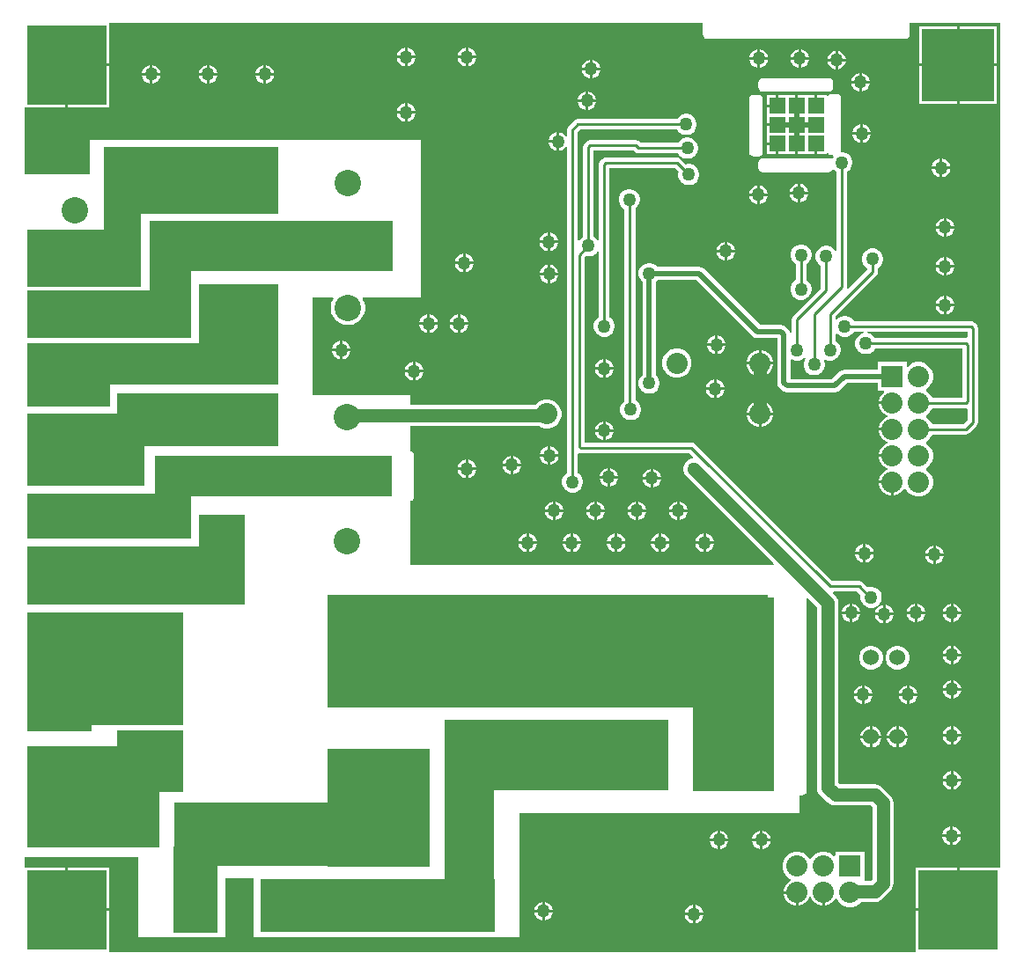
<source format=gbl>
G04*
G04 #@! TF.GenerationSoftware,Altium Limited,Altium Designer,21.0.8 (223)*
G04*
G04 Layer_Physical_Order=2*
G04 Layer_Color=16711680*
%FSLAX25Y25*%
%MOIN*%
G70*
G04*
G04 #@! TF.SameCoordinates,7AAE0E32-72D2-4A0B-9A69-79E54AD05685*
G04*
G04*
G04 #@! TF.FilePolarity,Positive*
G04*
G01*
G75*
%ADD11C,0.01000*%
%ADD39R,0.06000X0.06000*%
%ADD42R,0.30000X0.30000*%
%ADD43R,0.27500X0.27500*%
%ADD44R,0.08000X0.08000*%
%ADD45C,0.08000*%
%ADD46C,0.06000*%
%ADD66C,0.02000*%
%ADD67C,0.05000*%
%ADD89R,0.25000X0.23500*%
%ADD90C,0.10000*%
%ADD91R,0.09000X0.09000*%
%ADD92C,0.09000*%
%ADD93R,0.08000X0.08000*%
%ADD94R,0.10000X0.10000*%
%ADD95R,0.11811X0.11811*%
%ADD96C,0.11811*%
%ADD97C,0.05000*%
%ADD98R,0.97000X0.24000*%
%ADD99R,0.16500X0.32500*%
%ADD100R,0.88500X0.20500*%
%ADD101R,0.11000X0.25000*%
%ADD102R,0.31000X0.73500*%
%ADD103R,0.38500X0.44500*%
%ADD104R,0.19000X0.74000*%
%ADD105R,0.85000X0.27000*%
%ADD106R,1.67000X0.43000*%
G36*
X370920Y33500D02*
X355500D01*
Y17500D01*
X355000D01*
Y17000D01*
X339000D01*
Y1580D01*
X33500D01*
Y17000D01*
X17500D01*
Y17500D01*
X17000D01*
Y33500D01*
X1580D01*
Y37500D01*
X44500D01*
Y7000D01*
X189000D01*
Y54000D01*
X295000D01*
Y60936D01*
X296000D01*
X296605Y61057D01*
X297117Y61399D01*
X297460Y61912D01*
X297580Y62517D01*
Y135561D01*
X298042Y135752D01*
X301536Y132258D01*
Y63929D01*
X301536Y63929D01*
X301674Y62885D01*
X302077Y61912D01*
X302718Y61076D01*
X305647Y58147D01*
X305647Y58147D01*
X306483Y57506D01*
X307456Y57103D01*
X308500Y56966D01*
X308500Y56966D01*
X321900D01*
X322465Y56400D01*
Y29100D01*
X321900Y28534D01*
X319500D01*
Y39500D01*
X308500D01*
Y37985D01*
X308000Y37778D01*
X307377Y38401D01*
X306123Y39125D01*
X304724Y39500D01*
X303276D01*
X301877Y39125D01*
X300623Y38401D01*
X299599Y37377D01*
X299250Y36773D01*
X298750D01*
X298401Y37377D01*
X297377Y38401D01*
X296123Y39125D01*
X294724Y39500D01*
X293276D01*
X291877Y39125D01*
X290623Y38401D01*
X289599Y37377D01*
X288875Y36123D01*
X288500Y34724D01*
Y33276D01*
X288875Y31877D01*
X289599Y30623D01*
X290623Y29599D01*
X291660Y29000D01*
X291681Y28435D01*
X290930Y28001D01*
X289999Y27070D01*
X289341Y25930D01*
X289000Y24658D01*
Y24500D01*
X294000D01*
Y24000D01*
X294500D01*
Y19000D01*
X294658D01*
X295930Y19341D01*
X297070Y19999D01*
X298001Y20930D01*
X298659Y22070D01*
X298750Y22409D01*
X299250D01*
X299341Y22070D01*
X299999Y20930D01*
X300930Y19999D01*
X302070Y19341D01*
X303342Y19000D01*
X303500D01*
Y24000D01*
X304500D01*
Y19000D01*
X304658D01*
X305930Y19341D01*
X307070Y19999D01*
X308001Y20930D01*
X308435Y21681D01*
X309000Y21660D01*
X309599Y20623D01*
X310623Y19599D01*
X311877Y18875D01*
X313276Y18500D01*
X314724D01*
X316123Y18875D01*
X317377Y19599D01*
X318244Y20466D01*
X323571D01*
X323571Y20466D01*
X324615Y20603D01*
X325588Y21006D01*
X326424Y21647D01*
X329353Y24576D01*
X329353Y24576D01*
X329994Y25412D01*
X330397Y26385D01*
X330535Y27429D01*
X330535Y27429D01*
Y58071D01*
X330535Y58071D01*
X330397Y59115D01*
X329994Y60088D01*
X329353Y60924D01*
X329353Y60924D01*
X326424Y63853D01*
X325588Y64494D01*
X324615Y64897D01*
X323571Y65035D01*
X323571Y65035D01*
X310171D01*
X309606Y65600D01*
Y133929D01*
X309468Y134973D01*
X309065Y135946D01*
X308424Y136782D01*
X308424Y136782D01*
X307707Y137499D01*
X307898Y137961D01*
X316655D01*
X318085Y136531D01*
X318041Y136366D01*
Y135313D01*
X318313Y134296D01*
X318840Y133384D01*
X319585Y132639D01*
X320497Y132112D01*
X321514Y131840D01*
X322567D01*
X323585Y132112D01*
X324119Y132421D01*
X324497Y132639D01*
X324825Y132275D01*
X324199Y131649D01*
X323739Y130851D01*
X323511Y130000D01*
X326500D01*
Y132990D01*
X325649Y132762D01*
X325229Y132519D01*
X324851Y132301D01*
X324522Y132665D01*
X325242Y133384D01*
X325768Y134296D01*
X326041Y135313D01*
Y136366D01*
X325768Y137384D01*
X325242Y138296D01*
X324497Y139041D01*
X323585Y139567D01*
X322567Y139840D01*
X321514D01*
X320749Y139635D01*
X318942Y141442D01*
X318280Y141884D01*
X317500Y142039D01*
X307345D01*
X255442Y193942D01*
X254780Y194384D01*
X254000Y194539D01*
X213539D01*
Y264655D01*
X214008Y265125D01*
X214473Y265000D01*
X215527D01*
X216544Y265273D01*
X217456Y265799D01*
X218201Y266544D01*
X218461Y266994D01*
X218961Y266860D01*
Y241941D01*
X218544Y241701D01*
X217799Y240956D01*
X217273Y240044D01*
X217000Y239027D01*
Y237973D01*
X217273Y236956D01*
X217799Y236044D01*
X218544Y235299D01*
X219456Y234773D01*
X220473Y234500D01*
X221527D01*
X222544Y234773D01*
X223456Y235299D01*
X224201Y236044D01*
X224727Y236956D01*
X225000Y237973D01*
Y239027D01*
X224727Y240044D01*
X224201Y240956D01*
X223456Y241701D01*
X223039Y241941D01*
Y298461D01*
X235502D01*
X235502Y298461D01*
X247655D01*
X249125Y296992D01*
X249000Y296527D01*
Y295473D01*
X249273Y294456D01*
X249799Y293544D01*
X250544Y292799D01*
X251456Y292273D01*
X252473Y292000D01*
X253527D01*
X254544Y292273D01*
X255456Y292799D01*
X256201Y293544D01*
X256727Y294456D01*
X257000Y295473D01*
Y296527D01*
X256727Y297544D01*
X256201Y298456D01*
X255456Y299201D01*
X254544Y299727D01*
X253527Y300000D01*
X252473D01*
X252008Y299875D01*
X249942Y301942D01*
X249280Y302384D01*
X248500Y302539D01*
X235502D01*
X235502Y302539D01*
X221586D01*
X220805Y302384D01*
X220144Y301942D01*
X219558Y301356D01*
X219116Y300695D01*
X218961Y299914D01*
Y271140D01*
X218461Y271006D01*
X218201Y271456D01*
X217456Y272201D01*
X217039Y272442D01*
Y304961D01*
X232157D01*
X232560Y304558D01*
X233221Y304116D01*
X234002Y303961D01*
X249059D01*
X249299Y303544D01*
X250044Y302799D01*
X250956Y302273D01*
X251973Y302000D01*
X253027D01*
X254044Y302273D01*
X254956Y302799D01*
X255701Y303544D01*
X256227Y304456D01*
X256500Y305473D01*
Y306527D01*
X256227Y307544D01*
X255701Y308456D01*
X254956Y309201D01*
X254044Y309727D01*
X253027Y310000D01*
X251973D01*
X250956Y309727D01*
X250044Y309201D01*
X249299Y308456D01*
X249059Y308039D01*
X234846D01*
X234444Y308442D01*
X233782Y308884D01*
X233002Y309039D01*
X215586D01*
X214805Y308884D01*
X214144Y308442D01*
X213558Y307856D01*
X213116Y307195D01*
X212961Y306414D01*
Y272442D01*
X212544Y272201D01*
X211799Y271456D01*
X211539Y271006D01*
X211039Y271140D01*
Y312070D01*
X211930Y312961D01*
X248558D01*
X248799Y312544D01*
X249544Y311799D01*
X250456Y311273D01*
X251473Y311000D01*
X252527D01*
X253544Y311273D01*
X254456Y311799D01*
X255201Y312544D01*
X255727Y313456D01*
X256000Y314473D01*
Y315527D01*
X255727Y316544D01*
X255201Y317456D01*
X254456Y318201D01*
X253544Y318727D01*
X252527Y319000D01*
X251473D01*
X250456Y318727D01*
X249544Y318201D01*
X248799Y317456D01*
X248558Y317039D01*
X211086D01*
X210305Y316884D01*
X209644Y316442D01*
X207558Y314356D01*
X207116Y313695D01*
X206961Y312914D01*
Y310506D01*
X206461Y310372D01*
X206301Y310649D01*
X205649Y311301D01*
X204851Y311761D01*
X204000Y311989D01*
Y308500D01*
Y305011D01*
X204851Y305239D01*
X205649Y305699D01*
X206301Y306351D01*
X206461Y306628D01*
X206961Y306494D01*
Y182941D01*
X206544Y182701D01*
X205799Y181956D01*
X205273Y181044D01*
X205000Y180027D01*
Y178973D01*
X205273Y177956D01*
X205799Y177044D01*
X206544Y176299D01*
X207456Y175773D01*
X208473Y175500D01*
X209527D01*
X210544Y175773D01*
X211456Y176299D01*
X212201Y177044D01*
X212727Y177956D01*
X213000Y178973D01*
Y180027D01*
X212727Y181044D01*
X212201Y181956D01*
X211456Y182701D01*
X211039Y182941D01*
Y190238D01*
X211539Y190569D01*
X212086Y190461D01*
X253155D01*
X254616Y189000D01*
X254518Y188656D01*
X254423Y188486D01*
X254218Y188432D01*
X253956Y188397D01*
X253712Y188296D01*
X253456Y188227D01*
X253227Y188095D01*
X252983Y187994D01*
X252773Y187833D01*
X252544Y187701D01*
X252357Y187514D01*
X252147Y187353D01*
X251986Y187143D01*
X251799Y186956D01*
X251667Y186727D01*
X251506Y186517D01*
X251405Y186273D01*
X251273Y186044D01*
X251204Y185789D01*
X251103Y185544D01*
X251068Y185282D01*
X251000Y185027D01*
Y184762D01*
X250965Y184500D01*
X251000Y184238D01*
Y183973D01*
X251068Y183718D01*
X251103Y183456D01*
X251204Y183211D01*
X251273Y182956D01*
X251405Y182727D01*
X251506Y182483D01*
X251667Y182273D01*
X251799Y182044D01*
X251986Y181857D01*
X252147Y181647D01*
X252147Y181647D01*
X285332Y148462D01*
X285141Y148000D01*
X147500D01*
Y172420D01*
X148105Y172540D01*
X148617Y172882D01*
X148960Y173395D01*
X149080Y174000D01*
Y189500D01*
X148960Y190105D01*
X148617Y190618D01*
X148105Y190960D01*
X147500Y191080D01*
Y200727D01*
X196183D01*
X197168Y200158D01*
X198567Y199784D01*
X200015D01*
X201414Y200158D01*
X202668Y200882D01*
X203692Y201906D01*
X204416Y203161D01*
X204791Y204559D01*
Y206008D01*
X204416Y207406D01*
X203692Y208661D01*
X202668Y209685D01*
X201414Y210409D01*
X200015Y210784D01*
X198567D01*
X197168Y210409D01*
X195914Y209685D01*
X195026Y208796D01*
X147500D01*
Y212500D01*
X110500D01*
Y249500D01*
X118325D01*
X118561Y249059D01*
X118240Y248579D01*
X117750Y247396D01*
X117500Y246140D01*
Y244860D01*
X117750Y243604D01*
X118240Y242421D01*
X118951Y241356D01*
X119857Y240451D01*
X120921Y239740D01*
X122104Y239250D01*
X123360Y239000D01*
X124640D01*
X125896Y239250D01*
X127079Y239740D01*
X128144Y240451D01*
X129049Y241356D01*
X129760Y242421D01*
X130250Y243604D01*
X130500Y244860D01*
Y246140D01*
X130250Y247396D01*
X129760Y248579D01*
X129439Y249059D01*
X129675Y249500D01*
X151500D01*
Y309000D01*
X1580D01*
Y321500D01*
X17000D01*
Y337500D01*
X17500D01*
Y338000D01*
X33500D01*
Y353420D01*
X258420D01*
Y349000D01*
X258540Y348395D01*
X258882Y347883D01*
X259395Y347540D01*
X260000Y347420D01*
X335000Y347420D01*
X335605Y347540D01*
X336118Y347883D01*
X336460Y348395D01*
X336580Y349000D01*
Y353420D01*
X370920D01*
Y33500D01*
D02*
G37*
G36*
X141000Y278500D02*
X141000Y259500D01*
X64500Y259500D01*
X64500Y234000D01*
X2500D01*
Y252000D01*
X49000D01*
Y278500D01*
X141000Y278500D01*
D02*
G37*
G36*
X97500Y281000D02*
X45500D01*
Y253500D01*
X2500D01*
Y275000D01*
X31500D01*
Y306500D01*
X97500D01*
Y281000D01*
D02*
G37*
G36*
X97500Y254500D02*
Y216500D01*
X34000Y216500D01*
Y208000D01*
X2500D01*
Y232000D01*
X67500D01*
Y254500D01*
X97500Y254500D01*
D02*
G37*
G36*
X97500Y193000D02*
X47000D01*
Y178000D01*
X2500D01*
Y205500D01*
X36500D01*
Y213000D01*
X97500D01*
Y193000D01*
D02*
G37*
G36*
X140500Y189500D02*
X140500Y174000D01*
X64500Y174000D01*
X64500Y158000D01*
X2500D01*
Y175000D01*
X51000D01*
Y189500D01*
X140500Y189500D01*
D02*
G37*
G36*
X85000Y167000D02*
Y133000D01*
X2500Y133000D01*
Y155000D01*
X67500D01*
Y167000D01*
X85000Y167000D01*
D02*
G37*
G36*
X61500Y87500D02*
X27000D01*
Y85000D01*
X2500D01*
Y130000D01*
X61500D01*
Y87500D01*
D02*
G37*
G36*
Y62000D02*
X52500D01*
Y41000D01*
X2500D01*
X2500Y79500D01*
X36500Y79500D01*
X36500Y85500D01*
X61500D01*
Y62000D01*
D02*
G37*
%LPC*%
G36*
X169500Y343989D02*
Y341000D01*
X172490D01*
X172262Y341851D01*
X171801Y342649D01*
X171149Y343301D01*
X170351Y343761D01*
X169500Y343989D01*
D02*
G37*
G36*
X168500D02*
X167649Y343761D01*
X166851Y343301D01*
X166199Y342649D01*
X165738Y341851D01*
X165510Y341000D01*
X168500D01*
Y343989D01*
D02*
G37*
G36*
X146500D02*
Y341000D01*
X149489D01*
X149261Y341851D01*
X148801Y342649D01*
X148149Y343301D01*
X147351Y343761D01*
X146500Y343989D01*
D02*
G37*
G36*
X145500D02*
X144649Y343761D01*
X143851Y343301D01*
X143199Y342649D01*
X142738Y341851D01*
X142510Y341000D01*
X145500D01*
Y343989D01*
D02*
G37*
G36*
X295500Y343490D02*
Y340500D01*
X298489D01*
X298261Y341351D01*
X297801Y342149D01*
X297149Y342801D01*
X296351Y343262D01*
X295500Y343490D01*
D02*
G37*
G36*
X294500D02*
X293649Y343262D01*
X292851Y342801D01*
X292199Y342149D01*
X291739Y341351D01*
X291511Y340500D01*
X294500D01*
Y343490D01*
D02*
G37*
G36*
X280000D02*
Y340500D01*
X282990D01*
X282762Y341351D01*
X282301Y342149D01*
X281649Y342801D01*
X280851Y343262D01*
X280000Y343490D01*
D02*
G37*
G36*
X279000D02*
X278149Y343262D01*
X277351Y342801D01*
X276699Y342149D01*
X276238Y341351D01*
X276010Y340500D01*
X279000D01*
Y343490D01*
D02*
G37*
G36*
X309445Y342926D02*
Y339936D01*
X312435D01*
X312207Y340787D01*
X311746Y341585D01*
X311094Y342237D01*
X310296Y342698D01*
X309445Y342926D01*
D02*
G37*
G36*
X308445D02*
X307594Y342698D01*
X306796Y342237D01*
X306144Y341585D01*
X305683Y340787D01*
X305455Y339936D01*
X308445D01*
Y342926D01*
D02*
G37*
G36*
X369750Y352250D02*
X355500D01*
Y338000D01*
X369750D01*
Y352250D01*
D02*
G37*
G36*
X354500D02*
X340250D01*
Y338000D01*
X354500D01*
Y352250D01*
D02*
G37*
G36*
X172490Y340000D02*
X169500D01*
Y337011D01*
X170351Y337239D01*
X171149Y337699D01*
X171801Y338351D01*
X172262Y339149D01*
X172490Y340000D01*
D02*
G37*
G36*
X168500D02*
X165510D01*
X165738Y339149D01*
X166199Y338351D01*
X166851Y337699D01*
X167649Y337239D01*
X168500Y337011D01*
Y340000D01*
D02*
G37*
G36*
X149489D02*
X146500D01*
Y337011D01*
X147351Y337239D01*
X148149Y337699D01*
X148801Y338351D01*
X149261Y339149D01*
X149489Y340000D01*
D02*
G37*
G36*
X145500D02*
X142510D01*
X142738Y339149D01*
X143199Y338351D01*
X143851Y337699D01*
X144649Y337239D01*
X145500Y337011D01*
Y340000D01*
D02*
G37*
G36*
X298489Y339500D02*
X295500D01*
Y336510D01*
X296351Y336738D01*
X297149Y337199D01*
X297801Y337851D01*
X298261Y338649D01*
X298489Y339500D01*
D02*
G37*
G36*
X294500D02*
X291511D01*
X291739Y338649D01*
X292199Y337851D01*
X292851Y337199D01*
X293649Y336738D01*
X294500Y336510D01*
Y339500D01*
D02*
G37*
G36*
X282990D02*
X280000D01*
Y336510D01*
X280851Y336738D01*
X281649Y337199D01*
X282301Y337851D01*
X282762Y338649D01*
X282990Y339500D01*
D02*
G37*
G36*
X279000D02*
X276010D01*
X276238Y338649D01*
X276699Y337851D01*
X277351Y337199D01*
X278149Y336738D01*
X279000Y336510D01*
Y339500D01*
D02*
G37*
G36*
X216500Y339490D02*
Y336500D01*
X219490D01*
X219262Y337351D01*
X218801Y338149D01*
X218149Y338801D01*
X217351Y339262D01*
X216500Y339490D01*
D02*
G37*
G36*
X215500D02*
X214649Y339262D01*
X213851Y338801D01*
X213199Y338149D01*
X212738Y337351D01*
X212510Y336500D01*
X215500D01*
Y339490D01*
D02*
G37*
G36*
X312435Y338936D02*
X309445D01*
Y335947D01*
X310296Y336175D01*
X311094Y336635D01*
X311746Y337287D01*
X312207Y338085D01*
X312435Y338936D01*
D02*
G37*
G36*
X308445D02*
X305455D01*
X305683Y338085D01*
X306144Y337287D01*
X306796Y336635D01*
X307594Y336175D01*
X308445Y335947D01*
Y338936D01*
D02*
G37*
G36*
X93000Y337490D02*
Y334500D01*
X95990D01*
X95762Y335351D01*
X95301Y336149D01*
X94649Y336801D01*
X93851Y337262D01*
X93000Y337490D01*
D02*
G37*
G36*
X92000D02*
X91149Y337262D01*
X90351Y336801D01*
X89699Y336149D01*
X89239Y335351D01*
X89011Y334500D01*
X92000D01*
Y337490D01*
D02*
G37*
G36*
X71500D02*
Y334500D01*
X74489D01*
X74261Y335351D01*
X73801Y336149D01*
X73149Y336801D01*
X72351Y337262D01*
X71500Y337490D01*
D02*
G37*
G36*
X70500D02*
X69649Y337262D01*
X68851Y336801D01*
X68199Y336149D01*
X67738Y335351D01*
X67510Y334500D01*
X70500D01*
Y337490D01*
D02*
G37*
G36*
X50000D02*
Y334500D01*
X52990D01*
X52762Y335351D01*
X52301Y336149D01*
X51649Y336801D01*
X50851Y337262D01*
X50000Y337490D01*
D02*
G37*
G36*
X49000D02*
X48149Y337262D01*
X47351Y336801D01*
X46699Y336149D01*
X46238Y335351D01*
X46011Y334500D01*
X49000D01*
Y337490D01*
D02*
G37*
G36*
X219490Y335500D02*
X216500D01*
Y332510D01*
X217351Y332738D01*
X218149Y333199D01*
X218801Y333851D01*
X219262Y334649D01*
X219490Y335500D01*
D02*
G37*
G36*
X215500D02*
X212510D01*
X212738Y334649D01*
X213199Y333851D01*
X213851Y333199D01*
X214649Y332738D01*
X215500Y332510D01*
Y335500D01*
D02*
G37*
G36*
X318500Y334489D02*
Y331500D01*
X321490D01*
X321262Y332351D01*
X320801Y333149D01*
X320149Y333801D01*
X319351Y334261D01*
X318500Y334489D01*
D02*
G37*
G36*
X317500D02*
X316649Y334261D01*
X315851Y333801D01*
X315199Y333149D01*
X314738Y332351D01*
X314510Y331500D01*
X317500D01*
Y334489D01*
D02*
G37*
G36*
X95990Y333500D02*
X93000D01*
Y330510D01*
X93851Y330738D01*
X94649Y331199D01*
X95301Y331851D01*
X95762Y332649D01*
X95990Y333500D01*
D02*
G37*
G36*
X92000D02*
X89011D01*
X89239Y332649D01*
X89699Y331851D01*
X90351Y331199D01*
X91149Y330738D01*
X92000Y330510D01*
Y333500D01*
D02*
G37*
G36*
X74489D02*
X71500D01*
Y330510D01*
X72351Y330738D01*
X73149Y331199D01*
X73801Y331851D01*
X74261Y332649D01*
X74489Y333500D01*
D02*
G37*
G36*
X70500D02*
X67510D01*
X67738Y332649D01*
X68199Y331851D01*
X68851Y331199D01*
X69649Y330738D01*
X70500Y330510D01*
Y333500D01*
D02*
G37*
G36*
X52990D02*
X50000D01*
Y330510D01*
X50851Y330738D01*
X51649Y331199D01*
X52301Y331851D01*
X52762Y332649D01*
X52990Y333500D01*
D02*
G37*
G36*
X49000D02*
X46011D01*
X46238Y332649D01*
X46699Y331851D01*
X47351Y331199D01*
X48149Y330738D01*
X49000Y330510D01*
Y333500D01*
D02*
G37*
G36*
X321490Y330500D02*
X318500D01*
Y327510D01*
X319351Y327738D01*
X320149Y328199D01*
X320801Y328851D01*
X321262Y329649D01*
X321490Y330500D01*
D02*
G37*
G36*
X317500D02*
X314510D01*
X314738Y329649D01*
X315199Y328851D01*
X315851Y328199D01*
X316649Y327738D01*
X317500Y327510D01*
Y330500D01*
D02*
G37*
G36*
X306000Y332580D02*
X281000D01*
X280395Y332460D01*
X279883Y332118D01*
X279540Y331605D01*
X279420Y331000D01*
Y329000D01*
X279540Y328395D01*
X279883Y327883D01*
X280395Y327540D01*
X281000Y327420D01*
X306000D01*
X306605Y327540D01*
X307118Y327883D01*
X307460Y328395D01*
X307580Y329000D01*
Y331000D01*
X307460Y331605D01*
X307118Y332118D01*
X306605Y332460D01*
X306000Y332580D01*
D02*
G37*
G36*
X309000Y326580D02*
X307000D01*
X306395Y326460D01*
X305883Y326117D01*
X305600Y325695D01*
X305165Y325752D01*
X305100Y325778D01*
Y326100D01*
X301600D01*
Y322100D01*
X300600D01*
Y326100D01*
X294300D01*
Y322100D01*
X293300D01*
Y326100D01*
X287000D01*
Y322100D01*
X286500D01*
Y321600D01*
X282500D01*
Y318100D01*
Y315400D01*
X286500D01*
Y314400D01*
X282500D01*
Y310900D01*
Y308200D01*
X286500D01*
Y307700D01*
X287000D01*
Y303700D01*
X293300D01*
Y307700D01*
X294300D01*
Y303700D01*
X300600D01*
Y307700D01*
X301600D01*
Y303700D01*
X305100D01*
Y304222D01*
X305165Y304248D01*
X305600Y304305D01*
X305883Y303883D01*
X306395Y303540D01*
X307000Y303420D01*
X307610D01*
X307708Y303181D01*
X307778Y302920D01*
X307302Y302095D01*
X307230Y302032D01*
X306713Y301888D01*
X306605Y301960D01*
X306000Y302080D01*
X281000D01*
X280395Y301960D01*
X279883Y301618D01*
X279540Y301105D01*
X279420Y300500D01*
Y298500D01*
X279540Y297895D01*
X279883Y297382D01*
X280395Y297040D01*
X281000Y296920D01*
X306000D01*
X306605Y297040D01*
X307118Y297382D01*
X307383Y297781D01*
X307429Y297810D01*
X307801Y297883D01*
X307966Y297877D01*
X308544Y297299D01*
X308961Y297059D01*
Y267140D01*
X308461Y267006D01*
X308201Y267456D01*
X307456Y268201D01*
X306544Y268727D01*
X305527Y269000D01*
X304473D01*
X303456Y268727D01*
X302544Y268201D01*
X301799Y267456D01*
X301273Y266544D01*
X301000Y265527D01*
Y264473D01*
X301273Y263456D01*
X301799Y262544D01*
X302544Y261799D01*
X302961Y261559D01*
Y252895D01*
X292558Y242492D01*
X292116Y241831D01*
X291961Y241050D01*
Y235821D01*
X291461Y235772D01*
X291355Y236304D01*
X290802Y237131D01*
X289631Y238302D01*
X288804Y238855D01*
X287828Y239049D01*
X280056D01*
X258802Y260302D01*
X257976Y260855D01*
X257000Y261049D01*
X241108D01*
X240456Y261701D01*
X239544Y262227D01*
X238527Y262500D01*
X237473D01*
X236456Y262227D01*
X235544Y261701D01*
X234799Y260956D01*
X234273Y260044D01*
X234000Y259027D01*
Y257973D01*
X234273Y256956D01*
X234799Y256044D01*
X235451Y255392D01*
Y220108D01*
X234799Y219456D01*
X234273Y218544D01*
X234000Y217527D01*
Y216473D01*
X234273Y215456D01*
X234799Y214544D01*
X235544Y213799D01*
X236456Y213273D01*
X237473Y213000D01*
X238527D01*
X239544Y213273D01*
X240456Y213799D01*
X241201Y214544D01*
X241727Y215456D01*
X242000Y216473D01*
Y217527D01*
X241727Y218544D01*
X241201Y219456D01*
X240549Y220108D01*
Y255392D01*
X241108Y255951D01*
X255944D01*
X277198Y234698D01*
X278025Y234145D01*
X279000Y233951D01*
X286451D01*
Y217172D01*
X286645Y216196D01*
X287198Y215369D01*
X288369Y214198D01*
X289196Y213645D01*
X290172Y213451D01*
X308336D01*
X309311Y213645D01*
X310138Y214198D01*
X312892Y216951D01*
X324500D01*
Y214000D01*
X326828D01*
X326929Y213626D01*
X326929Y213500D01*
X325999Y212570D01*
X325341Y211430D01*
X325000Y210158D01*
Y210000D01*
X330000D01*
Y209000D01*
X325000D01*
Y208842D01*
X325341Y207570D01*
X325999Y206430D01*
X326930Y205499D01*
X328070Y204841D01*
X328409Y204750D01*
Y204250D01*
X328070Y204159D01*
X326930Y203501D01*
X325999Y202570D01*
X325341Y201430D01*
X325000Y200158D01*
Y200000D01*
X330000D01*
Y199000D01*
X325000D01*
Y198842D01*
X325341Y197570D01*
X325999Y196430D01*
X326930Y195499D01*
X328070Y194841D01*
X328409Y194750D01*
Y194250D01*
X328070Y194159D01*
X326930Y193501D01*
X325999Y192570D01*
X325341Y191430D01*
X325000Y190158D01*
Y190000D01*
X330000D01*
Y189000D01*
X325000D01*
Y188842D01*
X325341Y187570D01*
X325999Y186430D01*
X326930Y185499D01*
X328070Y184841D01*
X328409Y184750D01*
Y184250D01*
X328070Y184159D01*
X326930Y183501D01*
X325999Y182570D01*
X325341Y181430D01*
X325000Y180158D01*
Y180000D01*
X330000D01*
Y179500D01*
X330500D01*
Y174500D01*
X330658D01*
X331930Y174841D01*
X333070Y175499D01*
X334001Y176430D01*
X334435Y177181D01*
X335000Y177160D01*
X335599Y176123D01*
X336623Y175099D01*
X337877Y174375D01*
X339276Y174000D01*
X340724D01*
X342123Y174375D01*
X343377Y175099D01*
X344401Y176123D01*
X345125Y177377D01*
X345500Y178776D01*
Y180224D01*
X345125Y181623D01*
X344401Y182877D01*
X343377Y183901D01*
X342773Y184250D01*
Y184750D01*
X343377Y185099D01*
X344401Y186123D01*
X345125Y187377D01*
X345500Y188776D01*
Y190224D01*
X345125Y191623D01*
X344401Y192877D01*
X343377Y193901D01*
X342773Y194250D01*
Y194750D01*
X343377Y195099D01*
X344401Y196123D01*
X345125Y197377D01*
X345148Y197461D01*
X357914D01*
X358695Y197616D01*
X359356Y198058D01*
X361942Y200644D01*
X362384Y201305D01*
X362539Y202086D01*
Y237914D01*
X362384Y238695D01*
X361942Y239356D01*
X361356Y239942D01*
X360695Y240384D01*
X359914Y240539D01*
X315441D01*
X315201Y240956D01*
X314456Y241701D01*
X313544Y242227D01*
X312527Y242500D01*
X311473D01*
X310456Y242227D01*
X309544Y241701D01*
X309039Y241196D01*
X308539Y241403D01*
Y242155D01*
X324026Y257642D01*
X324468Y258304D01*
X324623Y259084D01*
Y260559D01*
X325040Y260799D01*
X325785Y261544D01*
X326311Y262456D01*
X326584Y263473D01*
Y264527D01*
X326311Y265544D01*
X325785Y266456D01*
X325040Y267201D01*
X324128Y267727D01*
X323111Y268000D01*
X322057D01*
X321040Y267727D01*
X320128Y267201D01*
X319383Y266456D01*
X318857Y265544D01*
X318584Y264527D01*
Y263473D01*
X318857Y262456D01*
X319383Y261544D01*
X320128Y260799D01*
X320545Y260559D01*
Y259929D01*
X313408Y252792D01*
X312947Y253038D01*
X313039Y253500D01*
Y297059D01*
X313456Y297299D01*
X314201Y298044D01*
X314727Y298956D01*
X315000Y299973D01*
Y301027D01*
X314727Y302044D01*
X314201Y302956D01*
X313456Y303701D01*
X312544Y304227D01*
X311527Y304500D01*
X310875D01*
X310558Y304887D01*
X310580Y305000D01*
Y325000D01*
X310460Y325605D01*
X310118Y326117D01*
X309605Y326460D01*
X309000Y326580D01*
D02*
G37*
G36*
X215000Y327489D02*
Y324500D01*
X217989D01*
X217761Y325351D01*
X217301Y326149D01*
X216649Y326801D01*
X215851Y327261D01*
X215000Y327489D01*
D02*
G37*
G36*
X214000D02*
X213149Y327261D01*
X212351Y326801D01*
X211699Y326149D01*
X211239Y325351D01*
X211011Y324500D01*
X214000D01*
Y327489D01*
D02*
G37*
G36*
X369750Y337000D02*
X355500D01*
Y322750D01*
X369750D01*
Y337000D01*
D02*
G37*
G36*
X354500D02*
X340250D01*
Y322750D01*
X354500D01*
Y337000D01*
D02*
G37*
G36*
X286000Y326100D02*
X282500D01*
Y322600D01*
X286000D01*
Y326100D01*
D02*
G37*
G36*
X33500Y337000D02*
X18000D01*
Y321500D01*
X33500D01*
Y337000D01*
D02*
G37*
G36*
X217989Y323500D02*
X215000D01*
Y320511D01*
X215851Y320739D01*
X216649Y321199D01*
X217301Y321851D01*
X217761Y322649D01*
X217989Y323500D01*
D02*
G37*
G36*
X214000D02*
X211011D01*
X211239Y322649D01*
X211699Y321851D01*
X212351Y321199D01*
X213149Y320739D01*
X214000Y320511D01*
Y323500D01*
D02*
G37*
G36*
X146500Y322990D02*
Y320000D01*
X149489D01*
X149261Y320851D01*
X148801Y321649D01*
X148149Y322301D01*
X147351Y322762D01*
X146500Y322990D01*
D02*
G37*
G36*
X145500D02*
X144649Y322762D01*
X143851Y322301D01*
X143199Y321649D01*
X142738Y320851D01*
X142510Y320000D01*
X145500D01*
Y322990D01*
D02*
G37*
G36*
X149489Y319000D02*
X146500D01*
Y316010D01*
X147351Y316238D01*
X148149Y316699D01*
X148801Y317351D01*
X149261Y318149D01*
X149489Y319000D01*
D02*
G37*
G36*
X145500D02*
X142510D01*
X142738Y318149D01*
X143199Y317351D01*
X143851Y316699D01*
X144649Y316238D01*
X145500Y316010D01*
Y319000D01*
D02*
G37*
G36*
X319000Y314989D02*
Y312000D01*
X321989D01*
X321761Y312851D01*
X321301Y313649D01*
X320649Y314301D01*
X319851Y314761D01*
X319000Y314989D01*
D02*
G37*
G36*
X318000D02*
X317149Y314761D01*
X316351Y314301D01*
X315699Y313649D01*
X315238Y312851D01*
X315010Y312000D01*
X318000D01*
Y314989D01*
D02*
G37*
G36*
X203000Y311989D02*
X202149Y311761D01*
X201351Y311301D01*
X200699Y310649D01*
X200238Y309851D01*
X200010Y309000D01*
X203000D01*
Y311989D01*
D02*
G37*
G36*
X321989Y311000D02*
X319000D01*
Y308011D01*
X319851Y308239D01*
X320649Y308699D01*
X321301Y309351D01*
X321761Y310149D01*
X321989Y311000D01*
D02*
G37*
G36*
X318000D02*
X315010D01*
X315238Y310149D01*
X315699Y309351D01*
X316351Y308699D01*
X317149Y308239D01*
X318000Y308011D01*
Y311000D01*
D02*
G37*
G36*
X203000Y308000D02*
X200010D01*
X200238Y307149D01*
X200699Y306351D01*
X201351Y305699D01*
X202149Y305239D01*
X203000Y305011D01*
Y308000D01*
D02*
G37*
G36*
X286000Y307200D02*
X282500D01*
Y303700D01*
X286000D01*
Y307200D01*
D02*
G37*
G36*
X279500Y326080D02*
X277500D01*
X276895Y325960D01*
X276382Y325618D01*
X276040Y325105D01*
X275920Y324500D01*
Y304500D01*
X276040Y303895D01*
X276382Y303382D01*
X276895Y303040D01*
X277500Y302920D01*
X279500D01*
X280105Y303040D01*
X280617Y303382D01*
X280960Y303895D01*
X281080Y304500D01*
Y324500D01*
X280960Y325105D01*
X280617Y325618D01*
X280105Y325960D01*
X279500Y326080D01*
D02*
G37*
G36*
X349000Y301990D02*
Y299000D01*
X351990D01*
X351762Y299851D01*
X351301Y300649D01*
X350649Y301301D01*
X349851Y301762D01*
X349000Y301990D01*
D02*
G37*
G36*
X348000D02*
X347149Y301762D01*
X346351Y301301D01*
X345699Y300649D01*
X345238Y299851D01*
X345010Y299000D01*
X348000D01*
Y301990D01*
D02*
G37*
G36*
X351990Y298000D02*
X349000D01*
Y295010D01*
X349851Y295238D01*
X350649Y295699D01*
X351301Y296351D01*
X351762Y297149D01*
X351990Y298000D01*
D02*
G37*
G36*
X348000D02*
X345010D01*
X345238Y297149D01*
X345699Y296351D01*
X346351Y295699D01*
X347149Y295238D01*
X348000Y295010D01*
Y298000D01*
D02*
G37*
G36*
X295148Y292545D02*
Y289556D01*
X298137D01*
X297909Y290407D01*
X297449Y291205D01*
X296797Y291857D01*
X295999Y292317D01*
X295148Y292545D01*
D02*
G37*
G36*
X294148D02*
X293297Y292317D01*
X292499Y291857D01*
X291847Y291205D01*
X291386Y290407D01*
X291158Y289556D01*
X294148D01*
Y292545D01*
D02*
G37*
G36*
X279830Y291865D02*
Y288875D01*
X282819D01*
X282591Y289726D01*
X282130Y290524D01*
X281479Y291176D01*
X280680Y291637D01*
X279830Y291865D01*
D02*
G37*
G36*
X278830D02*
X277979Y291637D01*
X277181Y291176D01*
X276529Y290524D01*
X276068Y289726D01*
X275840Y288875D01*
X278830D01*
Y291865D01*
D02*
G37*
G36*
X298137Y288556D02*
X295148D01*
Y285566D01*
X295999Y285794D01*
X296797Y286255D01*
X297449Y286907D01*
X297909Y287705D01*
X298137Y288556D01*
D02*
G37*
G36*
X294148D02*
X291158D01*
X291386Y287705D01*
X291847Y286907D01*
X292499Y286255D01*
X293297Y285794D01*
X294148Y285566D01*
Y288556D01*
D02*
G37*
G36*
X282819Y287875D02*
X279830D01*
Y284886D01*
X280680Y285114D01*
X281479Y285574D01*
X282130Y286226D01*
X282591Y287024D01*
X282819Y287875D01*
D02*
G37*
G36*
X278830D02*
X275840D01*
X276068Y287024D01*
X276529Y286226D01*
X277181Y285574D01*
X277979Y285114D01*
X278830Y284886D01*
Y287875D01*
D02*
G37*
G36*
X350500Y279489D02*
Y276500D01*
X353489D01*
X353261Y277351D01*
X352801Y278149D01*
X352149Y278801D01*
X351351Y279261D01*
X350500Y279489D01*
D02*
G37*
G36*
X349500D02*
X348649Y279261D01*
X347851Y278801D01*
X347199Y278149D01*
X346739Y277351D01*
X346511Y276500D01*
X349500D01*
Y279489D01*
D02*
G37*
G36*
X353489Y275500D02*
X350500D01*
Y272511D01*
X351351Y272739D01*
X352149Y273199D01*
X352801Y273851D01*
X353261Y274649D01*
X353489Y275500D01*
D02*
G37*
G36*
X349500D02*
X346511D01*
X346739Y274649D01*
X347199Y273851D01*
X347851Y273199D01*
X348649Y272739D01*
X349500Y272511D01*
Y275500D01*
D02*
G37*
G36*
X200500Y273990D02*
Y271000D01*
X203489D01*
X203261Y271851D01*
X202801Y272649D01*
X202149Y273301D01*
X201351Y273762D01*
X200500Y273990D01*
D02*
G37*
G36*
X199500D02*
X198649Y273762D01*
X197851Y273301D01*
X197199Y272649D01*
X196739Y271851D01*
X196511Y271000D01*
X199500D01*
Y273990D01*
D02*
G37*
G36*
X267500Y270490D02*
Y267500D01*
X270490D01*
X270262Y268351D01*
X269801Y269149D01*
X269149Y269801D01*
X268351Y270262D01*
X267500Y270490D01*
D02*
G37*
G36*
X266500D02*
X265649Y270262D01*
X264851Y269801D01*
X264199Y269149D01*
X263738Y268351D01*
X263510Y267500D01*
X266500D01*
Y270490D01*
D02*
G37*
G36*
X203489Y270000D02*
X200500D01*
Y267010D01*
X201351Y267238D01*
X202149Y267699D01*
X202801Y268351D01*
X203261Y269149D01*
X203489Y270000D01*
D02*
G37*
G36*
X199500D02*
X196511D01*
X196739Y269149D01*
X197199Y268351D01*
X197851Y267699D01*
X198649Y267238D01*
X199500Y267010D01*
Y270000D01*
D02*
G37*
G36*
X270490Y266500D02*
X267500D01*
Y263510D01*
X268351Y263738D01*
X269149Y264199D01*
X269801Y264851D01*
X270262Y265649D01*
X270490Y266500D01*
D02*
G37*
G36*
X266500D02*
X263510D01*
X263738Y265649D01*
X264199Y264851D01*
X264851Y264199D01*
X265649Y263738D01*
X266500Y263510D01*
Y266500D01*
D02*
G37*
G36*
X168500Y265989D02*
Y263000D01*
X171490D01*
X171262Y263851D01*
X170801Y264649D01*
X170149Y265301D01*
X169351Y265761D01*
X168500Y265989D01*
D02*
G37*
G36*
X167500D02*
X166649Y265761D01*
X165851Y265301D01*
X165199Y264649D01*
X164739Y263851D01*
X164511Y263000D01*
X167500D01*
Y265989D01*
D02*
G37*
G36*
X350500Y264739D02*
Y261750D01*
X353489D01*
X353261Y262601D01*
X352801Y263399D01*
X352149Y264051D01*
X351351Y264511D01*
X350500Y264739D01*
D02*
G37*
G36*
X349500D02*
X348649Y264511D01*
X347851Y264051D01*
X347199Y263399D01*
X346739Y262601D01*
X346511Y261750D01*
X349500D01*
Y264739D01*
D02*
G37*
G36*
X171490Y262000D02*
X168500D01*
Y259011D01*
X169351Y259239D01*
X170149Y259699D01*
X170801Y260351D01*
X171262Y261149D01*
X171490Y262000D01*
D02*
G37*
G36*
X167500D02*
X164511D01*
X164739Y261149D01*
X165199Y260351D01*
X165851Y259699D01*
X166649Y259239D01*
X167500Y259011D01*
Y262000D01*
D02*
G37*
G36*
X200603Y261877D02*
Y258887D01*
X203592D01*
X203364Y259738D01*
X202904Y260536D01*
X202252Y261188D01*
X201454Y261649D01*
X200603Y261877D01*
D02*
G37*
G36*
X199603D02*
X198752Y261649D01*
X197954Y261188D01*
X197302Y260536D01*
X196841Y259738D01*
X196613Y258887D01*
X199603D01*
Y261877D01*
D02*
G37*
G36*
X353489Y260750D02*
X350500D01*
Y257761D01*
X351351Y257989D01*
X352149Y258449D01*
X352801Y259101D01*
X353261Y259899D01*
X353489Y260750D01*
D02*
G37*
G36*
X349500D02*
X346511D01*
X346739Y259899D01*
X347199Y259101D01*
X347851Y258449D01*
X348649Y257989D01*
X349500Y257761D01*
Y260750D01*
D02*
G37*
G36*
X203592Y257887D02*
X200603D01*
Y254898D01*
X201454Y255126D01*
X202252Y255587D01*
X202904Y256238D01*
X203364Y257036D01*
X203592Y257887D01*
D02*
G37*
G36*
X199603D02*
X196613D01*
X196841Y257036D01*
X197302Y256238D01*
X197954Y255587D01*
X198752Y255126D01*
X199603Y254898D01*
Y257887D01*
D02*
G37*
G36*
X296079Y269553D02*
X295026D01*
X294009Y269280D01*
X293097Y268754D01*
X292352Y268009D01*
X291825Y267097D01*
X291553Y266079D01*
Y265026D01*
X291825Y264009D01*
X292352Y263097D01*
X293097Y262352D01*
X293487Y262126D01*
Y255998D01*
X293044Y255742D01*
X292299Y254997D01*
X291773Y254085D01*
X291500Y253068D01*
Y252015D01*
X291773Y250997D01*
X292299Y250085D01*
X293044Y249340D01*
X293956Y248814D01*
X294973Y248541D01*
X296027D01*
X297044Y248814D01*
X297956Y249340D01*
X298701Y250085D01*
X299227Y250997D01*
X299500Y252015D01*
Y253068D01*
X299227Y254085D01*
X298701Y254997D01*
X297956Y255742D01*
X297566Y255967D01*
Y262096D01*
X298009Y262352D01*
X298753Y263097D01*
X299280Y264009D01*
X299553Y265026D01*
Y266079D01*
X299280Y267097D01*
X298753Y268009D01*
X298009Y268754D01*
X297097Y269280D01*
X296079Y269553D01*
D02*
G37*
G36*
X350500Y249990D02*
Y247000D01*
X353489D01*
X353261Y247851D01*
X352801Y248649D01*
X352149Y249301D01*
X351351Y249762D01*
X350500Y249990D01*
D02*
G37*
G36*
X349500D02*
X348649Y249762D01*
X347851Y249301D01*
X347199Y248649D01*
X346739Y247851D01*
X346511Y247000D01*
X349500D01*
Y249990D01*
D02*
G37*
G36*
X353489Y246000D02*
X350500D01*
Y243010D01*
X351351Y243238D01*
X352149Y243699D01*
X352801Y244351D01*
X353261Y245149D01*
X353489Y246000D01*
D02*
G37*
G36*
X349500D02*
X346511D01*
X346739Y245149D01*
X347199Y244351D01*
X347851Y243699D01*
X348649Y243238D01*
X349500Y243010D01*
Y246000D01*
D02*
G37*
G36*
X166500Y242989D02*
Y240000D01*
X169490D01*
X169262Y240851D01*
X168801Y241649D01*
X168149Y242301D01*
X167351Y242761D01*
X166500Y242989D01*
D02*
G37*
G36*
X165500D02*
X164649Y242761D01*
X163851Y242301D01*
X163199Y241649D01*
X162739Y240851D01*
X162511Y240000D01*
X165500D01*
Y242989D01*
D02*
G37*
G36*
X155000D02*
Y240000D01*
X157990D01*
X157762Y240851D01*
X157301Y241649D01*
X156649Y242301D01*
X155851Y242761D01*
X155000Y242989D01*
D02*
G37*
G36*
X154000D02*
X153149Y242761D01*
X152351Y242301D01*
X151699Y241649D01*
X151239Y240851D01*
X151011Y240000D01*
X154000D01*
Y242989D01*
D02*
G37*
G36*
X169490Y239000D02*
X166500D01*
Y236011D01*
X167351Y236239D01*
X168149Y236699D01*
X168801Y237351D01*
X169262Y238149D01*
X169490Y239000D01*
D02*
G37*
G36*
X165500D02*
X162511D01*
X162739Y238149D01*
X163199Y237351D01*
X163851Y236699D01*
X164649Y236239D01*
X165500Y236011D01*
Y239000D01*
D02*
G37*
G36*
X157990D02*
X155000D01*
Y236011D01*
X155851Y236239D01*
X156649Y236699D01*
X157301Y237351D01*
X157762Y238149D01*
X157990Y239000D01*
D02*
G37*
G36*
X154000D02*
X151011D01*
X151239Y238149D01*
X151699Y237351D01*
X152351Y236699D01*
X153149Y236239D01*
X154000Y236011D01*
Y239000D01*
D02*
G37*
G36*
X264000Y234990D02*
Y232000D01*
X266989D01*
X266761Y232851D01*
X266301Y233649D01*
X265649Y234301D01*
X264851Y234762D01*
X264000Y234990D01*
D02*
G37*
G36*
X263000D02*
X262149Y234762D01*
X261351Y234301D01*
X260699Y233649D01*
X260239Y232851D01*
X260011Y232000D01*
X263000D01*
Y234990D01*
D02*
G37*
G36*
X122000Y232990D02*
Y230000D01*
X124989D01*
X124761Y230851D01*
X124301Y231649D01*
X123649Y232301D01*
X122851Y232762D01*
X122000Y232990D01*
D02*
G37*
G36*
X121000D02*
X120149Y232762D01*
X119351Y232301D01*
X118699Y231649D01*
X118238Y230851D01*
X118010Y230000D01*
X121000D01*
Y232990D01*
D02*
G37*
G36*
X266989Y231000D02*
X264000D01*
Y228011D01*
X264851Y228239D01*
X265649Y228699D01*
X266301Y229351D01*
X266761Y230149D01*
X266989Y231000D01*
D02*
G37*
G36*
X263000D02*
X260011D01*
X260239Y230149D01*
X260699Y229351D01*
X261351Y228699D01*
X262149Y228239D01*
X263000Y228011D01*
Y231000D01*
D02*
G37*
G36*
X124989Y229000D02*
X122000D01*
Y226010D01*
X122851Y226238D01*
X123649Y226699D01*
X124301Y227351D01*
X124761Y228149D01*
X124989Y229000D01*
D02*
G37*
G36*
X121000D02*
X118010D01*
X118238Y228149D01*
X118699Y227351D01*
X119351Y226699D01*
X120149Y226238D01*
X121000Y226010D01*
Y229000D01*
D02*
G37*
G36*
X280658Y229575D02*
X280500D01*
Y225075D01*
X285000D01*
Y225233D01*
X284659Y226505D01*
X284001Y227645D01*
X283070Y228576D01*
X281930Y229234D01*
X280658Y229575D01*
D02*
G37*
G36*
X279500D02*
X279342D01*
X278070Y229234D01*
X276930Y228576D01*
X275999Y227645D01*
X275341Y226505D01*
X275000Y225233D01*
Y225075D01*
X279500D01*
Y229575D01*
D02*
G37*
G36*
X221500Y225990D02*
Y223000D01*
X224489D01*
X224261Y223851D01*
X223801Y224649D01*
X223149Y225301D01*
X222351Y225762D01*
X221500Y225990D01*
D02*
G37*
G36*
X220500D02*
X219649Y225762D01*
X218851Y225301D01*
X218199Y224649D01*
X217739Y223851D01*
X217511Y223000D01*
X220500D01*
Y225990D01*
D02*
G37*
G36*
X149500Y224990D02*
Y222000D01*
X152489D01*
X152261Y222851D01*
X151801Y223649D01*
X151149Y224301D01*
X150351Y224762D01*
X149500Y224990D01*
D02*
G37*
G36*
X148500D02*
X147649Y224762D01*
X146851Y224301D01*
X146199Y223649D01*
X145738Y222851D01*
X145510Y222000D01*
X148500D01*
Y224990D01*
D02*
G37*
G36*
X285000Y224075D02*
X280500D01*
Y219575D01*
X280658D01*
X281930Y219916D01*
X283070Y220574D01*
X284001Y221505D01*
X284659Y222645D01*
X285000Y223917D01*
Y224075D01*
D02*
G37*
G36*
X279500D02*
X275000D01*
Y223917D01*
X275341Y222645D01*
X275999Y221505D01*
X276930Y220574D01*
X278070Y219916D01*
X279342Y219575D01*
X279500D01*
Y224075D01*
D02*
G37*
G36*
X249228Y230075D02*
X247780D01*
X246381Y229700D01*
X245127Y228976D01*
X244103Y227952D01*
X243379Y226698D01*
X243004Y225299D01*
Y223851D01*
X243379Y222452D01*
X244103Y221198D01*
X245127Y220174D01*
X246381Y219450D01*
X247780Y219075D01*
X249228D01*
X250627Y219450D01*
X251881Y220174D01*
X252905Y221198D01*
X253629Y222452D01*
X254004Y223851D01*
Y225299D01*
X253629Y226698D01*
X252905Y227952D01*
X251881Y228976D01*
X250627Y229700D01*
X249228Y230075D01*
D02*
G37*
G36*
X224489Y222000D02*
X221500D01*
Y219010D01*
X222351Y219238D01*
X223149Y219699D01*
X223801Y220351D01*
X224261Y221149D01*
X224489Y222000D01*
D02*
G37*
G36*
X220500D02*
X217511D01*
X217739Y221149D01*
X218199Y220351D01*
X218851Y219699D01*
X219649Y219238D01*
X220500Y219010D01*
Y222000D01*
D02*
G37*
G36*
X152489Y221000D02*
X149500D01*
Y218010D01*
X150351Y218238D01*
X151149Y218699D01*
X151801Y219351D01*
X152261Y220149D01*
X152489Y221000D01*
D02*
G37*
G36*
X148500D02*
X145510D01*
X145738Y220149D01*
X146199Y219351D01*
X146851Y218699D01*
X147649Y218238D01*
X148500Y218010D01*
Y221000D01*
D02*
G37*
G36*
X263468Y218358D02*
Y215369D01*
X266457D01*
X266229Y216220D01*
X265768Y217018D01*
X265117Y217669D01*
X264318Y218130D01*
X263468Y218358D01*
D02*
G37*
G36*
X262468D02*
X261616Y218130D01*
X260818Y217669D01*
X260167Y217018D01*
X259706Y216220D01*
X259478Y215369D01*
X262468D01*
Y218358D01*
D02*
G37*
G36*
X266457Y214369D02*
X263468D01*
Y211379D01*
X264318Y211607D01*
X265117Y212068D01*
X265768Y212720D01*
X266229Y213518D01*
X266457Y214369D01*
D02*
G37*
G36*
X262468D02*
X259478D01*
X259706Y213518D01*
X260167Y212720D01*
X260818Y212068D01*
X261616Y211607D01*
X262468Y211379D01*
Y214369D01*
D02*
G37*
G36*
X280658Y210283D02*
X280500D01*
Y205784D01*
X285000D01*
Y205942D01*
X284659Y207213D01*
X284001Y208353D01*
X283070Y209284D01*
X281930Y209943D01*
X280658Y210283D01*
D02*
G37*
G36*
X279500D02*
X279342D01*
X278070Y209943D01*
X276930Y209284D01*
X275999Y208353D01*
X275341Y207213D01*
X275000Y205942D01*
Y205784D01*
X279500D01*
Y210283D01*
D02*
G37*
G36*
X231027Y290500D02*
X229973D01*
X228956Y290227D01*
X228044Y289701D01*
X227299Y288956D01*
X226773Y288044D01*
X226500Y287027D01*
Y285973D01*
X226773Y284956D01*
X227299Y284044D01*
X228044Y283299D01*
X228711Y282914D01*
Y210297D01*
X228544Y210201D01*
X227799Y209456D01*
X227273Y208544D01*
X227000Y207527D01*
Y206473D01*
X227273Y205456D01*
X227799Y204544D01*
X228544Y203799D01*
X229456Y203273D01*
X230473Y203000D01*
X231527D01*
X232544Y203273D01*
X233456Y203799D01*
X234201Y204544D01*
X234727Y205456D01*
X235000Y206473D01*
Y207527D01*
X234727Y208544D01*
X234201Y209456D01*
X233456Y210201D01*
X232789Y210586D01*
Y283203D01*
X232956Y283299D01*
X233701Y284044D01*
X234227Y284956D01*
X234500Y285973D01*
Y287027D01*
X234227Y288044D01*
X233701Y288956D01*
X232956Y289701D01*
X232044Y290227D01*
X231027Y290500D01*
D02*
G37*
G36*
X285000Y204784D02*
X280500D01*
Y200284D01*
X280658D01*
X281930Y200624D01*
X283070Y201283D01*
X284001Y202213D01*
X284659Y203354D01*
X285000Y204625D01*
Y204784D01*
D02*
G37*
G36*
X279500D02*
X275000D01*
Y204625D01*
X275341Y203354D01*
X275999Y202213D01*
X276930Y201283D01*
X278070Y200624D01*
X279342Y200284D01*
X279500D01*
Y204784D01*
D02*
G37*
G36*
X221500Y202489D02*
Y199500D01*
X224489D01*
X224261Y200351D01*
X223801Y201149D01*
X223149Y201801D01*
X222351Y202261D01*
X221500Y202489D01*
D02*
G37*
G36*
X220500D02*
X219649Y202261D01*
X218851Y201801D01*
X218199Y201149D01*
X217739Y200351D01*
X217511Y199500D01*
X220500D01*
Y202489D01*
D02*
G37*
G36*
X224489Y198500D02*
X221500D01*
Y195510D01*
X222351Y195738D01*
X223149Y196199D01*
X223801Y196851D01*
X224261Y197649D01*
X224489Y198500D01*
D02*
G37*
G36*
X220500D02*
X217511D01*
X217739Y197649D01*
X218199Y196851D01*
X218851Y196199D01*
X219649Y195738D01*
X220500Y195510D01*
Y198500D01*
D02*
G37*
G36*
X200714Y193075D02*
Y190086D01*
X203703D01*
X203475Y190937D01*
X203015Y191735D01*
X202363Y192386D01*
X201565Y192847D01*
X200714Y193075D01*
D02*
G37*
G36*
X199714D02*
X198863Y192847D01*
X198065Y192386D01*
X197413Y191735D01*
X196952Y190937D01*
X196724Y190086D01*
X199714D01*
Y193075D01*
D02*
G37*
G36*
X186500Y189489D02*
Y186500D01*
X189489D01*
X189261Y187351D01*
X188801Y188149D01*
X188149Y188801D01*
X187351Y189261D01*
X186500Y189489D01*
D02*
G37*
G36*
X185500D02*
X184649Y189261D01*
X183851Y188801D01*
X183199Y188149D01*
X182738Y187351D01*
X182510Y186500D01*
X185500D01*
Y189489D01*
D02*
G37*
G36*
X203703Y189086D02*
X200714D01*
Y186096D01*
X201565Y186324D01*
X202363Y186785D01*
X203015Y187437D01*
X203475Y188235D01*
X203703Y189086D01*
D02*
G37*
G36*
X199714D02*
X196724D01*
X196952Y188235D01*
X197413Y187437D01*
X198065Y186785D01*
X198863Y186324D01*
X199714Y186096D01*
Y189086D01*
D02*
G37*
G36*
X169500Y187989D02*
Y185000D01*
X172490D01*
X172262Y185851D01*
X171801Y186649D01*
X171149Y187301D01*
X170351Y187761D01*
X169500Y187989D01*
D02*
G37*
G36*
X168500D02*
X167649Y187761D01*
X166851Y187301D01*
X166199Y186649D01*
X165738Y185851D01*
X165510Y185000D01*
X168500D01*
Y187989D01*
D02*
G37*
G36*
X189489Y185500D02*
X186500D01*
Y182510D01*
X187351Y182738D01*
X188149Y183199D01*
X188801Y183851D01*
X189261Y184649D01*
X189489Y185500D01*
D02*
G37*
G36*
X185500D02*
X182510D01*
X182738Y184649D01*
X183199Y183851D01*
X183851Y183199D01*
X184649Y182738D01*
X185500Y182510D01*
Y185500D01*
D02*
G37*
G36*
X223212Y184810D02*
Y181821D01*
X226201D01*
X225973Y182672D01*
X225513Y183470D01*
X224861Y184122D01*
X224063Y184582D01*
X223212Y184810D01*
D02*
G37*
G36*
X222212D02*
X221361Y184582D01*
X220563Y184122D01*
X219911Y183470D01*
X219450Y182672D01*
X219222Y181821D01*
X222212D01*
Y184810D01*
D02*
G37*
G36*
X239500Y184490D02*
Y181500D01*
X242490D01*
X242262Y182351D01*
X241801Y183149D01*
X241149Y183801D01*
X240351Y184262D01*
X239500Y184490D01*
D02*
G37*
G36*
X238500D02*
X237649Y184262D01*
X236851Y183801D01*
X236199Y183149D01*
X235738Y182351D01*
X235510Y181500D01*
X238500D01*
Y184490D01*
D02*
G37*
G36*
X172490Y184000D02*
X169500D01*
Y181010D01*
X170351Y181238D01*
X171149Y181699D01*
X171801Y182351D01*
X172262Y183149D01*
X172490Y184000D01*
D02*
G37*
G36*
X168500D02*
X165510D01*
X165738Y183149D01*
X166199Y182351D01*
X166851Y181699D01*
X167649Y181238D01*
X168500Y181010D01*
Y184000D01*
D02*
G37*
G36*
X226201Y180821D02*
X223212D01*
Y177831D01*
X224063Y178059D01*
X224861Y178520D01*
X225513Y179172D01*
X225973Y179970D01*
X226201Y180821D01*
D02*
G37*
G36*
X222212D02*
X219222D01*
X219450Y179970D01*
X219911Y179172D01*
X220563Y178520D01*
X221361Y178059D01*
X222212Y177831D01*
Y180821D01*
D02*
G37*
G36*
X242490Y180500D02*
X239500D01*
Y177510D01*
X240351Y177738D01*
X241149Y178199D01*
X241801Y178851D01*
X242262Y179649D01*
X242490Y180500D01*
D02*
G37*
G36*
X238500D02*
X235510D01*
X235738Y179649D01*
X236199Y178851D01*
X236851Y178199D01*
X237649Y177738D01*
X238500Y177510D01*
Y180500D01*
D02*
G37*
G36*
X329500Y179000D02*
X325000D01*
Y178842D01*
X325341Y177570D01*
X325999Y176430D01*
X326930Y175499D01*
X328070Y174841D01*
X329342Y174500D01*
X329500D01*
Y179000D01*
D02*
G37*
G36*
X249500Y172123D02*
Y169133D01*
X252489D01*
X252261Y169984D01*
X251801Y170782D01*
X251149Y171434D01*
X250351Y171894D01*
X249500Y172123D01*
D02*
G37*
G36*
X248500D02*
X247649Y171894D01*
X246851Y171434D01*
X246199Y170782D01*
X245739Y169984D01*
X245511Y169133D01*
X248500D01*
Y172123D01*
D02*
G37*
G36*
X233835D02*
Y169133D01*
X236825D01*
X236597Y169984D01*
X236136Y170782D01*
X235484Y171434D01*
X234686Y171894D01*
X233835Y172123D01*
D02*
G37*
G36*
X232835D02*
X231984Y171894D01*
X231186Y171434D01*
X230534Y170782D01*
X230074Y169984D01*
X229846Y169133D01*
X232835D01*
Y172123D01*
D02*
G37*
G36*
X218170D02*
Y169133D01*
X221160D01*
X220932Y169984D01*
X220471Y170782D01*
X219819Y171434D01*
X219021Y171894D01*
X218170Y172123D01*
D02*
G37*
G36*
X217170D02*
X216319Y171894D01*
X215521Y171434D01*
X214870Y170782D01*
X214409Y169984D01*
X214181Y169133D01*
X217170D01*
Y172123D01*
D02*
G37*
G36*
X202505D02*
Y169133D01*
X205495D01*
X205267Y169984D01*
X204806Y170782D01*
X204154Y171434D01*
X203356Y171894D01*
X202505Y172123D01*
D02*
G37*
G36*
X201505D02*
X200655Y171894D01*
X199856Y171434D01*
X199205Y170782D01*
X198744Y169984D01*
X198516Y169133D01*
X201505D01*
Y172123D01*
D02*
G37*
G36*
X252489Y168133D02*
X249500D01*
Y165144D01*
X250351Y165372D01*
X251149Y165832D01*
X251801Y166484D01*
X252261Y167282D01*
X252489Y168133D01*
D02*
G37*
G36*
X248500D02*
X245511D01*
X245739Y167282D01*
X246199Y166484D01*
X246851Y165832D01*
X247649Y165372D01*
X248500Y165144D01*
Y168133D01*
D02*
G37*
G36*
X236825D02*
X233835D01*
Y165144D01*
X234686Y165372D01*
X235484Y165832D01*
X236136Y166484D01*
X236597Y167282D01*
X236825Y168133D01*
D02*
G37*
G36*
X232835D02*
X229846D01*
X230074Y167282D01*
X230534Y166484D01*
X231186Y165832D01*
X231984Y165372D01*
X232835Y165144D01*
Y168133D01*
D02*
G37*
G36*
X221160D02*
X218170D01*
Y165144D01*
X219021Y165372D01*
X219819Y165832D01*
X220471Y166484D01*
X220932Y167282D01*
X221160Y168133D01*
D02*
G37*
G36*
X217170D02*
X214181D01*
X214409Y167282D01*
X214870Y166484D01*
X215521Y165832D01*
X216319Y165372D01*
X217170Y165144D01*
Y168133D01*
D02*
G37*
G36*
X205495D02*
X202505D01*
Y165144D01*
X203356Y165372D01*
X204154Y165832D01*
X204806Y166484D01*
X205267Y167282D01*
X205495Y168133D01*
D02*
G37*
G36*
X201505D02*
X198516D01*
X198744Y167282D01*
X199205Y166484D01*
X199856Y165832D01*
X200655Y165372D01*
X201505Y165144D01*
Y168133D01*
D02*
G37*
G36*
X259500Y159990D02*
Y157000D01*
X262490D01*
X262262Y157851D01*
X261801Y158649D01*
X261149Y159301D01*
X260351Y159762D01*
X259500Y159990D01*
D02*
G37*
G36*
X258500D02*
X257649Y159762D01*
X256851Y159301D01*
X256199Y158649D01*
X255738Y157851D01*
X255510Y157000D01*
X258500D01*
Y159990D01*
D02*
G37*
G36*
X242750D02*
Y157000D01*
X245740D01*
X245512Y157851D01*
X245051Y158649D01*
X244399Y159301D01*
X243601Y159762D01*
X242750Y159990D01*
D02*
G37*
G36*
X241750D02*
X240899Y159762D01*
X240101Y159301D01*
X239449Y158649D01*
X238988Y157851D01*
X238760Y157000D01*
X241750D01*
Y159990D01*
D02*
G37*
G36*
X226000D02*
Y157000D01*
X228990D01*
X228762Y157851D01*
X228301Y158649D01*
X227649Y159301D01*
X226851Y159762D01*
X226000Y159990D01*
D02*
G37*
G36*
X225000D02*
X224149Y159762D01*
X223351Y159301D01*
X222699Y158649D01*
X222238Y157851D01*
X222010Y157000D01*
X225000D01*
Y159990D01*
D02*
G37*
G36*
X209250D02*
Y157000D01*
X212240D01*
X212012Y157851D01*
X211551Y158649D01*
X210899Y159301D01*
X210101Y159762D01*
X209250Y159990D01*
D02*
G37*
G36*
X208250D02*
X207399Y159762D01*
X206601Y159301D01*
X205949Y158649D01*
X205488Y157851D01*
X205260Y157000D01*
X208250D01*
Y159990D01*
D02*
G37*
G36*
X192500D02*
Y157000D01*
X195490D01*
X195262Y157851D01*
X194801Y158649D01*
X194149Y159301D01*
X193351Y159762D01*
X192500Y159990D01*
D02*
G37*
G36*
X191500D02*
X190649Y159762D01*
X189851Y159301D01*
X189199Y158649D01*
X188739Y157851D01*
X188511Y157000D01*
X191500D01*
Y159990D01*
D02*
G37*
G36*
X262490Y156000D02*
X259500D01*
Y153010D01*
X260351Y153238D01*
X261149Y153699D01*
X261801Y154351D01*
X262262Y155149D01*
X262490Y156000D01*
D02*
G37*
G36*
X258500D02*
X255510D01*
X255738Y155149D01*
X256199Y154351D01*
X256851Y153699D01*
X257649Y153238D01*
X258500Y153010D01*
Y156000D01*
D02*
G37*
G36*
X245740D02*
X242750D01*
Y153010D01*
X243601Y153238D01*
X244399Y153699D01*
X245051Y154351D01*
X245512Y155149D01*
X245740Y156000D01*
D02*
G37*
G36*
X241750D02*
X238760D01*
X238988Y155149D01*
X239449Y154351D01*
X240101Y153699D01*
X240899Y153238D01*
X241750Y153010D01*
Y156000D01*
D02*
G37*
G36*
X228990D02*
X226000D01*
Y153010D01*
X226851Y153238D01*
X227649Y153699D01*
X228301Y154351D01*
X228762Y155149D01*
X228990Y156000D01*
D02*
G37*
G36*
X225000D02*
X222010D01*
X222238Y155149D01*
X222699Y154351D01*
X223351Y153699D01*
X224149Y153238D01*
X225000Y153010D01*
Y156000D01*
D02*
G37*
G36*
X212240D02*
X209250D01*
Y153010D01*
X210101Y153238D01*
X210899Y153699D01*
X211551Y154351D01*
X212012Y155149D01*
X212240Y156000D01*
D02*
G37*
G36*
X208250D02*
X205260D01*
X205488Y155149D01*
X205949Y154351D01*
X206601Y153699D01*
X207399Y153238D01*
X208250Y153010D01*
Y156000D01*
D02*
G37*
G36*
X195490D02*
X192500D01*
Y153010D01*
X193351Y153238D01*
X194149Y153699D01*
X194801Y154351D01*
X195262Y155149D01*
X195490Y156000D01*
D02*
G37*
G36*
X191500D02*
X188511D01*
X188739Y155149D01*
X189199Y154351D01*
X189851Y153699D01*
X190649Y153238D01*
X191500Y153010D01*
Y156000D01*
D02*
G37*
G36*
X320000Y155990D02*
Y153000D01*
X322990D01*
X322762Y153851D01*
X322301Y154649D01*
X321649Y155301D01*
X320851Y155762D01*
X320000Y155990D01*
D02*
G37*
G36*
X319000D02*
X318149Y155762D01*
X317351Y155301D01*
X316699Y154649D01*
X316238Y153851D01*
X316010Y153000D01*
X319000D01*
Y155990D01*
D02*
G37*
G36*
X346500Y155490D02*
Y152500D01*
X349489D01*
X349261Y153351D01*
X348801Y154149D01*
X348149Y154801D01*
X347351Y155262D01*
X346500Y155490D01*
D02*
G37*
G36*
X345500D02*
X344649Y155262D01*
X343851Y154801D01*
X343199Y154149D01*
X342739Y153351D01*
X342511Y152500D01*
X345500D01*
Y155490D01*
D02*
G37*
G36*
X322990Y152000D02*
X320000D01*
Y149011D01*
X320851Y149239D01*
X321649Y149699D01*
X322301Y150351D01*
X322762Y151149D01*
X322990Y152000D01*
D02*
G37*
G36*
X319000D02*
X316010D01*
X316238Y151149D01*
X316699Y150351D01*
X317351Y149699D01*
X318149Y149239D01*
X319000Y149011D01*
Y152000D01*
D02*
G37*
G36*
X349489Y151500D02*
X346500D01*
Y148511D01*
X347351Y148739D01*
X348149Y149199D01*
X348801Y149851D01*
X349261Y150649D01*
X349489Y151500D01*
D02*
G37*
G36*
X345500D02*
X342511D01*
X342739Y150649D01*
X343199Y149851D01*
X343851Y149199D01*
X344649Y148739D01*
X345500Y148511D01*
Y151500D01*
D02*
G37*
G36*
X353107Y133490D02*
Y130500D01*
X356096D01*
X355868Y131351D01*
X355407Y132149D01*
X354756Y132801D01*
X353958Y133262D01*
X353107Y133490D01*
D02*
G37*
G36*
X352107D02*
X351256Y133262D01*
X350458Y132801D01*
X349806Y132149D01*
X349345Y131351D01*
X349117Y130500D01*
X352107D01*
Y133490D01*
D02*
G37*
G36*
X339500D02*
Y130500D01*
X342490D01*
X342262Y131351D01*
X341801Y132149D01*
X341149Y132801D01*
X340351Y133262D01*
X339500Y133490D01*
D02*
G37*
G36*
X338500D02*
X337649Y133262D01*
X336851Y132801D01*
X336199Y132149D01*
X335738Y131351D01*
X335510Y130500D01*
X338500D01*
Y133490D01*
D02*
G37*
G36*
X315000D02*
Y130500D01*
X317989D01*
X317761Y131351D01*
X317301Y132149D01*
X316649Y132801D01*
X315851Y133262D01*
X315000Y133490D01*
D02*
G37*
G36*
X314000D02*
X313149Y133262D01*
X312351Y132801D01*
X311699Y132149D01*
X311239Y131351D01*
X311011Y130500D01*
X314000D01*
Y133490D01*
D02*
G37*
G36*
X327500Y132990D02*
Y130000D01*
X330489D01*
X330261Y130851D01*
X329801Y131649D01*
X329149Y132301D01*
X328351Y132762D01*
X327500Y132990D01*
D02*
G37*
G36*
X356096Y129500D02*
X353107D01*
Y126511D01*
X353958Y126739D01*
X354756Y127199D01*
X355407Y127851D01*
X355868Y128649D01*
X356096Y129500D01*
D02*
G37*
G36*
X352107D02*
X349117D01*
X349345Y128649D01*
X349806Y127851D01*
X350458Y127199D01*
X351256Y126739D01*
X352107Y126511D01*
Y129500D01*
D02*
G37*
G36*
X342490D02*
X339500D01*
Y126511D01*
X340351Y126739D01*
X341149Y127199D01*
X341801Y127851D01*
X342262Y128649D01*
X342490Y129500D01*
D02*
G37*
G36*
X338500D02*
X335510D01*
X335738Y128649D01*
X336199Y127851D01*
X336851Y127199D01*
X337649Y126739D01*
X338500Y126511D01*
Y129500D01*
D02*
G37*
G36*
X317989D02*
X315000D01*
Y126511D01*
X315851Y126739D01*
X316649Y127199D01*
X317301Y127851D01*
X317761Y128649D01*
X317989Y129500D01*
D02*
G37*
G36*
X314000D02*
X311011D01*
X311239Y128649D01*
X311699Y127851D01*
X312351Y127199D01*
X313149Y126739D01*
X314000Y126511D01*
Y129500D01*
D02*
G37*
G36*
X330489Y129000D02*
X327500D01*
Y126011D01*
X328351Y126239D01*
X329149Y126699D01*
X329801Y127351D01*
X330261Y128149D01*
X330489Y129000D01*
D02*
G37*
G36*
X326500D02*
X323511D01*
X323739Y128149D01*
X324199Y127351D01*
X324851Y126699D01*
X325649Y126239D01*
X326500Y126011D01*
Y129000D01*
D02*
G37*
G36*
X353107Y117532D02*
Y114542D01*
X356096D01*
X355868Y115393D01*
X355407Y116192D01*
X354756Y116843D01*
X353958Y117304D01*
X353107Y117532D01*
D02*
G37*
G36*
X352107D02*
X351256Y117304D01*
X350458Y116843D01*
X349806Y116192D01*
X349345Y115393D01*
X349117Y114542D01*
X352107D01*
Y117532D01*
D02*
G37*
G36*
X356096Y113542D02*
X353107D01*
Y110553D01*
X353958Y110781D01*
X354756Y111242D01*
X355407Y111893D01*
X355868Y112692D01*
X356096Y113542D01*
D02*
G37*
G36*
X352107D02*
X349117D01*
X349345Y112692D01*
X349806Y111893D01*
X350458Y111242D01*
X351256Y110781D01*
X352107Y110553D01*
Y113542D01*
D02*
G37*
G36*
X332592Y117500D02*
X331408D01*
X330263Y117193D01*
X329237Y116601D01*
X328399Y115763D01*
X327807Y114737D01*
X327500Y113592D01*
Y112408D01*
X327807Y111263D01*
X328399Y110237D01*
X329237Y109399D01*
X330263Y108807D01*
X331408Y108500D01*
X332592D01*
X333737Y108807D01*
X334763Y109399D01*
X335601Y110237D01*
X336193Y111263D01*
X336500Y112408D01*
Y113592D01*
X336193Y114737D01*
X335601Y115763D01*
X334763Y116601D01*
X333737Y117193D01*
X332592Y117500D01*
D02*
G37*
G36*
X322592D02*
X321408D01*
X320263Y117193D01*
X319237Y116601D01*
X318399Y115763D01*
X317807Y114737D01*
X317500Y113592D01*
Y112408D01*
X317807Y111263D01*
X318399Y110237D01*
X319237Y109399D01*
X320263Y108807D01*
X321408Y108500D01*
X322592D01*
X323737Y108807D01*
X324763Y109399D01*
X325601Y110237D01*
X326193Y111263D01*
X326500Y112408D01*
Y113592D01*
X326193Y114737D01*
X325601Y115763D01*
X324763Y116601D01*
X323737Y117193D01*
X322592Y117500D01*
D02*
G37*
G36*
X353107Y104490D02*
Y101500D01*
X356096D01*
X355868Y102351D01*
X355407Y103149D01*
X354756Y103801D01*
X353958Y104262D01*
X353107Y104490D01*
D02*
G37*
G36*
X352107D02*
X351256Y104262D01*
X350458Y103801D01*
X349806Y103149D01*
X349345Y102351D01*
X349117Y101500D01*
X352107D01*
Y104490D01*
D02*
G37*
G36*
X336500Y102489D02*
Y99500D01*
X339490D01*
X339262Y100351D01*
X338801Y101149D01*
X338149Y101801D01*
X337351Y102261D01*
X336500Y102489D01*
D02*
G37*
G36*
X335500D02*
X334649Y102261D01*
X333851Y101801D01*
X333199Y101149D01*
X332738Y100351D01*
X332510Y99500D01*
X335500D01*
Y102489D01*
D02*
G37*
G36*
X319500D02*
Y99500D01*
X322490D01*
X322262Y100351D01*
X321801Y101149D01*
X321149Y101801D01*
X320351Y102261D01*
X319500Y102489D01*
D02*
G37*
G36*
X318500D02*
X317649Y102261D01*
X316851Y101801D01*
X316199Y101149D01*
X315739Y100351D01*
X315511Y99500D01*
X318500D01*
Y102489D01*
D02*
G37*
G36*
X356096Y100500D02*
X353107D01*
Y97510D01*
X353958Y97738D01*
X354756Y98199D01*
X355407Y98851D01*
X355868Y99649D01*
X356096Y100500D01*
D02*
G37*
G36*
X352107D02*
X349117D01*
X349345Y99649D01*
X349806Y98851D01*
X350458Y98199D01*
X351256Y97738D01*
X352107Y97510D01*
Y100500D01*
D02*
G37*
G36*
X339490Y98500D02*
X336500D01*
Y95511D01*
X337351Y95739D01*
X338149Y96199D01*
X338801Y96851D01*
X339262Y97649D01*
X339490Y98500D01*
D02*
G37*
G36*
X335500D02*
X332510D01*
X332738Y97649D01*
X333199Y96851D01*
X333851Y96199D01*
X334649Y95739D01*
X335500Y95511D01*
Y98500D01*
D02*
G37*
G36*
X322490D02*
X319500D01*
Y95511D01*
X320351Y95739D01*
X321149Y96199D01*
X321801Y96851D01*
X322262Y97649D01*
X322490Y98500D01*
D02*
G37*
G36*
X318500D02*
X315511D01*
X315739Y97649D01*
X316199Y96851D01*
X316851Y96199D01*
X317649Y95739D01*
X318500Y95511D01*
Y98500D01*
D02*
G37*
G36*
X353107Y86989D02*
Y84000D01*
X356096D01*
X355868Y84851D01*
X355407Y85649D01*
X354756Y86301D01*
X353958Y86761D01*
X353107Y86989D01*
D02*
G37*
G36*
X352107D02*
X351256Y86761D01*
X350458Y86301D01*
X349806Y85649D01*
X349345Y84851D01*
X349117Y84000D01*
X352107D01*
Y86989D01*
D02*
G37*
G36*
X332527Y87000D02*
X332500D01*
Y83500D01*
X336000D01*
Y83527D01*
X335727Y84544D01*
X335201Y85456D01*
X334456Y86201D01*
X333544Y86727D01*
X332527Y87000D01*
D02*
G37*
G36*
X322527D02*
X322500D01*
Y83500D01*
X326000D01*
Y83527D01*
X325727Y84544D01*
X325201Y85456D01*
X324456Y86201D01*
X323544Y86727D01*
X322527Y87000D01*
D02*
G37*
G36*
X331500D02*
X331473D01*
X330456Y86727D01*
X329544Y86201D01*
X328799Y85456D01*
X328273Y84544D01*
X328000Y83527D01*
Y83500D01*
X331500D01*
Y87000D01*
D02*
G37*
G36*
X321500D02*
X321473D01*
X320456Y86727D01*
X319544Y86201D01*
X318799Y85456D01*
X318273Y84544D01*
X318000Y83527D01*
Y83500D01*
X321500D01*
Y87000D01*
D02*
G37*
G36*
X356096Y83000D02*
X353107D01*
Y80010D01*
X353958Y80238D01*
X354756Y80699D01*
X355407Y81351D01*
X355868Y82149D01*
X356096Y83000D01*
D02*
G37*
G36*
X352107D02*
X349117D01*
X349345Y82149D01*
X349806Y81351D01*
X350458Y80699D01*
X351256Y80238D01*
X352107Y80010D01*
Y83000D01*
D02*
G37*
G36*
X336000Y82500D02*
X332500D01*
Y79000D01*
X332527D01*
X333544Y79273D01*
X334456Y79799D01*
X335201Y80544D01*
X335727Y81456D01*
X336000Y82473D01*
Y82500D01*
D02*
G37*
G36*
X331500D02*
X328000D01*
Y82473D01*
X328273Y81456D01*
X328799Y80544D01*
X329544Y79799D01*
X330456Y79273D01*
X331473Y79000D01*
X331500D01*
Y82500D01*
D02*
G37*
G36*
X326000D02*
X322500D01*
Y79000D01*
X322527D01*
X323544Y79273D01*
X324456Y79799D01*
X325201Y80544D01*
X325727Y81456D01*
X326000Y82473D01*
Y82500D01*
D02*
G37*
G36*
X321500D02*
X318000D01*
Y82473D01*
X318273Y81456D01*
X318799Y80544D01*
X319544Y79799D01*
X320456Y79273D01*
X321473Y79000D01*
X321500D01*
Y82500D01*
D02*
G37*
G36*
X353107Y69990D02*
Y67000D01*
X356096D01*
X355868Y67851D01*
X355407Y68649D01*
X354756Y69301D01*
X353958Y69762D01*
X353107Y69990D01*
D02*
G37*
G36*
X352107D02*
X351256Y69762D01*
X350458Y69301D01*
X349806Y68649D01*
X349345Y67851D01*
X349117Y67000D01*
X352107D01*
Y69990D01*
D02*
G37*
G36*
X356096Y66000D02*
X353107D01*
Y63011D01*
X353958Y63239D01*
X354756Y63699D01*
X355407Y64351D01*
X355868Y65149D01*
X356096Y66000D01*
D02*
G37*
G36*
X352107D02*
X349117D01*
X349345Y65149D01*
X349806Y64351D01*
X350458Y63699D01*
X351256Y63239D01*
X352107Y63011D01*
Y66000D01*
D02*
G37*
G36*
X353000Y48989D02*
Y46000D01*
X355990D01*
X355762Y46851D01*
X355301Y47649D01*
X354649Y48301D01*
X353851Y48761D01*
X353000Y48989D01*
D02*
G37*
G36*
X352000D02*
X351149Y48761D01*
X350351Y48301D01*
X349699Y47649D01*
X349238Y46851D01*
X349010Y46000D01*
X352000D01*
Y48989D01*
D02*
G37*
G36*
X281000Y47490D02*
Y44500D01*
X283990D01*
X283762Y45351D01*
X283301Y46149D01*
X282649Y46801D01*
X281851Y47262D01*
X281000Y47490D01*
D02*
G37*
G36*
X280000D02*
X279149Y47262D01*
X278351Y46801D01*
X277699Y46149D01*
X277238Y45351D01*
X277010Y44500D01*
X280000D01*
Y47490D01*
D02*
G37*
G36*
X265000D02*
Y44500D01*
X267989D01*
X267761Y45351D01*
X267301Y46149D01*
X266649Y46801D01*
X265851Y47262D01*
X265000Y47490D01*
D02*
G37*
G36*
X264000D02*
X263149Y47262D01*
X262351Y46801D01*
X261699Y46149D01*
X261239Y45351D01*
X261011Y44500D01*
X264000D01*
Y47490D01*
D02*
G37*
G36*
X355990Y45000D02*
X353000D01*
Y42011D01*
X353851Y42239D01*
X354649Y42699D01*
X355301Y43351D01*
X355762Y44149D01*
X355990Y45000D01*
D02*
G37*
G36*
X352000D02*
X349010D01*
X349238Y44149D01*
X349699Y43351D01*
X350351Y42699D01*
X351149Y42239D01*
X352000Y42011D01*
Y45000D01*
D02*
G37*
G36*
X283990Y43500D02*
X281000D01*
Y40510D01*
X281851Y40738D01*
X282649Y41199D01*
X283301Y41851D01*
X283762Y42649D01*
X283990Y43500D01*
D02*
G37*
G36*
X280000D02*
X277010D01*
X277238Y42649D01*
X277699Y41851D01*
X278351Y41199D01*
X279149Y40738D01*
X280000Y40510D01*
Y43500D01*
D02*
G37*
G36*
X267989D02*
X265000D01*
Y40510D01*
X265851Y40738D01*
X266649Y41199D01*
X267301Y41851D01*
X267761Y42649D01*
X267989Y43500D01*
D02*
G37*
G36*
X264000D02*
X261011D01*
X261239Y42649D01*
X261699Y41851D01*
X262351Y41199D01*
X263149Y40738D01*
X264000Y40510D01*
Y43500D01*
D02*
G37*
G36*
X293500Y23500D02*
X289000D01*
Y23342D01*
X289341Y22070D01*
X289999Y20930D01*
X290930Y19999D01*
X292070Y19341D01*
X293342Y19000D01*
X293500D01*
Y23500D01*
D02*
G37*
G36*
X354500Y33500D02*
X339000D01*
Y18000D01*
X354500D01*
Y33500D01*
D02*
G37*
G36*
X33500D02*
X18000D01*
Y18000D01*
X33500D01*
Y33500D01*
D02*
G37*
G36*
X198500Y20490D02*
Y17500D01*
X201489D01*
X201261Y18351D01*
X200801Y19149D01*
X200149Y19801D01*
X199351Y20261D01*
X198500Y20490D01*
D02*
G37*
G36*
X197500D02*
X196649Y20261D01*
X195851Y19801D01*
X195199Y19149D01*
X194738Y18351D01*
X194510Y17500D01*
X197500D01*
Y20490D01*
D02*
G37*
G36*
X255476Y19335D02*
Y16346D01*
X258465D01*
X258237Y17197D01*
X257776Y17995D01*
X257125Y18646D01*
X256327Y19107D01*
X255476Y19335D01*
D02*
G37*
G36*
X254476D02*
X253625Y19107D01*
X252827Y18646D01*
X252175Y17995D01*
X251714Y17197D01*
X251486Y16346D01*
X254476D01*
Y19335D01*
D02*
G37*
G36*
X201489Y16500D02*
X198500D01*
Y13510D01*
X199351Y13738D01*
X200149Y14199D01*
X200801Y14851D01*
X201261Y15649D01*
X201489Y16500D01*
D02*
G37*
G36*
X197500D02*
X194510D01*
X194738Y15649D01*
X195199Y14851D01*
X195851Y14199D01*
X196649Y13738D01*
X197500Y13510D01*
Y16500D01*
D02*
G37*
G36*
X258465Y15346D02*
X255476D01*
Y12356D01*
X256327Y12584D01*
X257125Y13045D01*
X257776Y13697D01*
X258237Y14495D01*
X258465Y15346D01*
D02*
G37*
G36*
X254476D02*
X251486D01*
X251714Y14495D01*
X252175Y13697D01*
X252827Y13045D01*
X253625Y12584D01*
X254476Y12356D01*
Y15346D01*
D02*
G37*
%LPD*%
G36*
X319327Y235961D02*
X318456Y235727D01*
X317544Y235201D01*
X316799Y234456D01*
X316273Y233544D01*
X316000Y232527D01*
Y231473D01*
X316273Y230456D01*
X316799Y229544D01*
X317544Y228799D01*
X318456Y228273D01*
X319473Y228000D01*
X320527D01*
X321544Y228273D01*
X322456Y228799D01*
X323201Y229544D01*
X323442Y229961D01*
X356461D01*
Y211539D01*
X345148D01*
X345125Y211623D01*
X344401Y212877D01*
X343377Y213901D01*
X342773Y214250D01*
Y214750D01*
X343377Y215099D01*
X344401Y216123D01*
X345125Y217377D01*
X345500Y218776D01*
Y220224D01*
X345125Y221623D01*
X344401Y222877D01*
X343377Y223901D01*
X342123Y224625D01*
X340724Y225000D01*
X339276D01*
X337877Y224625D01*
X336623Y223901D01*
X336000Y223278D01*
X335500Y223485D01*
Y225000D01*
X324500D01*
Y222049D01*
X311836D01*
X310860Y221855D01*
X310033Y221302D01*
X307280Y218549D01*
X291549D01*
Y225796D01*
X291982Y226046D01*
X292456Y225773D01*
X293473Y225500D01*
X294527D01*
X295544Y225773D01*
X296456Y226299D01*
X296931Y226774D01*
X297299Y226456D01*
X296773Y225544D01*
X296500Y224527D01*
Y223473D01*
X296773Y222456D01*
X297299Y221544D01*
X298044Y220799D01*
X298956Y220273D01*
X299973Y220000D01*
X301027D01*
X302044Y220273D01*
X302956Y220799D01*
X303701Y221544D01*
X304227Y222456D01*
X304500Y223473D01*
Y224527D01*
X304227Y225544D01*
X304165Y225652D01*
X304531Y226018D01*
X304956Y225773D01*
X305973Y225500D01*
X307027D01*
X308044Y225773D01*
X308956Y226299D01*
X309701Y227044D01*
X310227Y227956D01*
X310500Y228973D01*
Y230027D01*
X310227Y231044D01*
X309701Y231956D01*
X308956Y232701D01*
X308539Y232942D01*
Y235597D01*
X309039Y235804D01*
X309544Y235299D01*
X310456Y234773D01*
X311473Y234500D01*
X312527D01*
X313544Y234773D01*
X314456Y235299D01*
X315201Y236044D01*
X315441Y236461D01*
X319261D01*
X319327Y235961D01*
D02*
G37*
G36*
X358461Y234325D02*
X358074Y234007D01*
X357914Y234039D01*
X323442D01*
X323201Y234456D01*
X322456Y235201D01*
X321544Y235727D01*
X320673Y235961D01*
X320739Y236461D01*
X358461D01*
Y234325D01*
D02*
G37*
G36*
Y207175D02*
Y202930D01*
X357069Y201539D01*
X345148D01*
X345125Y201623D01*
X344401Y202877D01*
X343377Y203901D01*
X342773Y204250D01*
Y204750D01*
X343377Y205099D01*
X344401Y206123D01*
X345125Y207377D01*
X345148Y207461D01*
X357914D01*
X358074Y207493D01*
X358461Y207175D01*
D02*
G37*
D11*
X294000Y229500D02*
Y241050D01*
X305000Y252050D01*
X306500Y140000D02*
X317500D01*
X321660Y135840D02*
X322041D01*
X317500Y140000D02*
X321660Y135840D01*
X254000Y192500D02*
X306500Y140000D01*
X212086Y192500D02*
X254000D01*
X211500Y193086D02*
X212086Y192500D01*
X211500Y193086D02*
Y265500D01*
X230750Y207250D02*
Y286250D01*
Y207250D02*
X231000Y207000D01*
X230500Y286500D02*
X230750Y286250D01*
X300500Y224000D02*
Y243000D01*
X311000Y253500D01*
X306500Y229500D02*
Y243000D01*
X322584Y259084D01*
Y264000D01*
X211500Y265500D02*
X215000Y269000D01*
Y306414D01*
X209000Y312914D02*
X211086Y315000D01*
X252000D01*
X235502Y300500D02*
X248500D01*
X253000Y296000D01*
X295500Y252541D02*
X295526Y252568D01*
Y265526D02*
X295553Y265553D01*
X295526Y252568D02*
Y265526D01*
X305000Y252050D02*
Y265000D01*
X340000Y199500D02*
X357914D01*
X312000Y238500D02*
X359914D01*
X320000Y232000D02*
X357914D01*
Y199500D02*
X360500Y202086D01*
X359914Y238500D02*
X360500Y237914D01*
X357914Y232000D02*
X358500Y231414D01*
X360500Y202086D02*
Y237914D01*
X311000Y253500D02*
Y300500D01*
X340000Y209500D02*
X357914D01*
X233002Y307000D02*
X234002Y306000D01*
X252500D01*
X215586Y307000D02*
X233002D01*
X235502Y300500D02*
X235502Y300500D01*
X221586Y300500D02*
X235502D01*
X221000Y299914D02*
X221586Y300500D01*
X221000Y238500D02*
Y299914D01*
X358500Y210086D02*
Y231414D01*
X357914Y209500D02*
X358500Y210086D01*
X209000Y179500D02*
Y312914D01*
X215000Y306414D02*
X215586Y307000D01*
D39*
X286500Y322100D02*
D03*
X301100Y307700D02*
D03*
X293800D02*
D03*
X286500D02*
D03*
X301100Y314900D02*
D03*
X293800D02*
D03*
X286500D02*
D03*
X301100Y322100D02*
D03*
X293800D02*
D03*
D42*
X355000Y17500D02*
D03*
X17500D02*
D03*
Y337500D02*
D03*
D43*
X355000D02*
D03*
D44*
X330000Y219500D02*
D03*
D45*
X280000Y205283D02*
D03*
X199291D02*
D03*
X261300Y73000D02*
D03*
X248504Y224575D02*
D03*
X280000Y73000D02*
D03*
Y224575D02*
D03*
X294000Y24000D02*
D03*
Y34000D02*
D03*
X304000Y24000D02*
D03*
Y34000D02*
D03*
X314000Y24000D02*
D03*
X340000Y219500D02*
D03*
X330000Y209500D02*
D03*
X340000D02*
D03*
X330000Y199500D02*
D03*
X340000D02*
D03*
X330000Y189500D02*
D03*
X340000D02*
D03*
X330000Y179500D02*
D03*
X340000D02*
D03*
D46*
X332000Y113000D02*
D03*
X322000D02*
D03*
Y83000D02*
D03*
X332000D02*
D03*
D66*
X290172Y216000D02*
X308336D01*
X311836Y219500D02*
X330000D01*
X308336Y216000D02*
X311836Y219500D01*
X287828Y236500D02*
X289000Y235328D01*
X279000Y236500D02*
X287828D01*
X289000Y217172D02*
Y235328D01*
Y217172D02*
X290172Y216000D01*
X257000Y258500D02*
X279000Y236500D01*
X238000Y258500D02*
X257000D01*
X238000Y217000D02*
Y258500D01*
X293800Y314900D02*
Y322100D01*
Y307700D02*
Y314900D01*
X301100D01*
X286500D02*
X293800D01*
D67*
X198770Y204762D02*
X199291Y205283D01*
X123500Y204240D02*
X124022Y204762D01*
X198770D01*
X314000Y24500D02*
X323571D01*
X255000Y184500D02*
X305571Y133929D01*
X255000Y184500D02*
X255000D01*
X305571Y63929D02*
Y133929D01*
X280000Y205283D02*
Y224575D01*
X305571Y63929D02*
X308500Y61000D01*
X323571D02*
X326500Y58071D01*
Y27429D02*
Y58071D01*
X323571Y24500D02*
X326500Y27429D01*
X308500Y61000D02*
X323571D01*
D89*
X14000Y307750D02*
D03*
D90*
X124000Y245500D02*
D03*
X75970D02*
D03*
X124000Y292740D02*
D03*
X75970D02*
D03*
X131990Y269120D02*
D03*
X131490Y180620D02*
D03*
X75470Y204240D02*
D03*
X123500D02*
D03*
X75470Y157000D02*
D03*
X123500D02*
D03*
X136000Y130790D02*
D03*
Y42210D02*
D03*
X20600Y302500D02*
D03*
Y282500D02*
D03*
Y262500D02*
D03*
Y242500D02*
D03*
X21000Y187000D02*
D03*
Y167000D02*
D03*
D91*
X98000Y20000D02*
D03*
D92*
X83000D02*
D03*
X68000D02*
D03*
D93*
X237677Y73000D02*
D03*
X314000Y34000D02*
D03*
D94*
X20600Y222500D02*
D03*
X21000Y147000D02*
D03*
D95*
X21300Y52200D02*
D03*
D96*
X21000Y112000D02*
D03*
Y72000D02*
D03*
Y92000D02*
D03*
D97*
X294000Y229500D02*
D03*
X322041Y135840D02*
D03*
X118000Y269000D02*
D03*
X71500D02*
D03*
X56000D02*
D03*
X58000Y180500D02*
D03*
Y167500D02*
D03*
X119500Y180625D02*
D03*
X56000Y204000D02*
D03*
X90500D02*
D03*
Y223500D02*
D03*
Y245500D02*
D03*
X104125Y180625D02*
D03*
X88750D02*
D03*
X73375D02*
D03*
X40500Y187875D02*
D03*
Y204000D02*
D03*
X77035Y143000D02*
D03*
X56518D02*
D03*
X36000D02*
D03*
X54000Y105000D02*
D03*
X43500Y67000D02*
D03*
Y80625D02*
D03*
X55500Y69000D02*
D03*
X45000Y54875D02*
D03*
X34000Y70500D02*
D03*
Y54375D02*
D03*
X53500Y116000D02*
D03*
X45000D02*
D03*
Y99875D02*
D03*
X36500Y116000D02*
D03*
Y99875D02*
D03*
X76535Y223500D02*
D03*
X35500D02*
D03*
X56018D02*
D03*
X37000Y242500D02*
D03*
X38500Y292000D02*
D03*
Y275875D02*
D03*
X87000Y269000D02*
D03*
X56000Y255750D02*
D03*
Y242500D02*
D03*
X102500Y269000D02*
D03*
X121500Y229500D02*
D03*
X352607Y114042D02*
D03*
X314500Y130000D02*
D03*
X231000Y207000D02*
D03*
X300500Y224000D02*
D03*
X198000Y17000D02*
D03*
X264500Y44000D02*
D03*
X280500D02*
D03*
X306500Y229500D02*
D03*
X149000Y221500D02*
D03*
X200214Y189586D02*
D03*
X221000Y199000D02*
D03*
X262967Y214869D02*
D03*
X203500Y308500D02*
D03*
X214500Y324000D02*
D03*
X135500Y104000D02*
D03*
X270000Y103000D02*
D03*
X244000Y103500D02*
D03*
X213000Y104500D02*
D03*
X177500Y104000D02*
D03*
X129000Y21500D02*
D03*
X157000Y20500D02*
D03*
X170500Y47000D02*
D03*
X178000Y74000D02*
D03*
X213000Y74500D02*
D03*
X221000Y222500D02*
D03*
X327000Y129500D02*
D03*
X319000Y99000D02*
D03*
X336000D02*
D03*
X352500Y45500D02*
D03*
X254976Y15846D02*
D03*
X352607Y66500D02*
D03*
X252000Y315000D02*
D03*
X253000Y296000D02*
D03*
X295553Y265553D02*
D03*
X295500Y252541D02*
D03*
X320000Y232000D02*
D03*
X312000Y238500D02*
D03*
X252500Y306000D02*
D03*
X192000Y156500D02*
D03*
X319500Y152500D02*
D03*
X346000Y152000D02*
D03*
X339000Y130000D02*
D03*
X352607Y101000D02*
D03*
Y83500D02*
D03*
X305000Y265000D02*
D03*
X186000Y186000D02*
D03*
X217670Y168633D02*
D03*
X233335D02*
D03*
X249000D02*
D03*
X239000Y181000D02*
D03*
X208750Y156500D02*
D03*
X225500D02*
D03*
X242250D02*
D03*
X259000D02*
D03*
X255000Y184500D02*
D03*
X322584Y264000D02*
D03*
X350000Y276000D02*
D03*
Y261250D02*
D03*
Y246500D02*
D03*
X348500Y298500D02*
D03*
X318000Y331000D02*
D03*
X215000Y269000D02*
D03*
X221000Y238500D02*
D03*
X209000Y179500D02*
D03*
X202005Y168633D02*
D03*
X222712Y181321D02*
D03*
X216000Y336000D02*
D03*
X311000Y300500D02*
D03*
X318500Y311500D02*
D03*
X169000Y184500D02*
D03*
X352607Y130000D02*
D03*
X230500Y286500D02*
D03*
X200000Y270500D02*
D03*
X200103Y258387D02*
D03*
X267000Y267000D02*
D03*
X263500Y231500D02*
D03*
X238000Y258500D02*
D03*
Y217000D02*
D03*
X154500Y239500D02*
D03*
X166000D02*
D03*
X168000Y262500D02*
D03*
X146000Y319500D02*
D03*
X71000Y334000D02*
D03*
X92500D02*
D03*
X169000Y340500D02*
D03*
X146000D02*
D03*
X279329Y288375D02*
D03*
X294648Y289056D02*
D03*
X279500Y340000D02*
D03*
X308945Y339436D02*
D03*
X49500Y334000D02*
D03*
X295000Y340000D02*
D03*
D98*
X106500Y46000D02*
D03*
D99*
X66250Y25250D02*
D03*
D100*
X135250Y19250D02*
D03*
D101*
X83000Y17000D02*
D03*
D102*
X270000Y99250D02*
D03*
D103*
X135750Y56250D02*
D03*
D104*
X170000Y46000D02*
D03*
D105*
X203000Y76000D02*
D03*
D106*
X199500Y115500D02*
D03*
M02*

</source>
